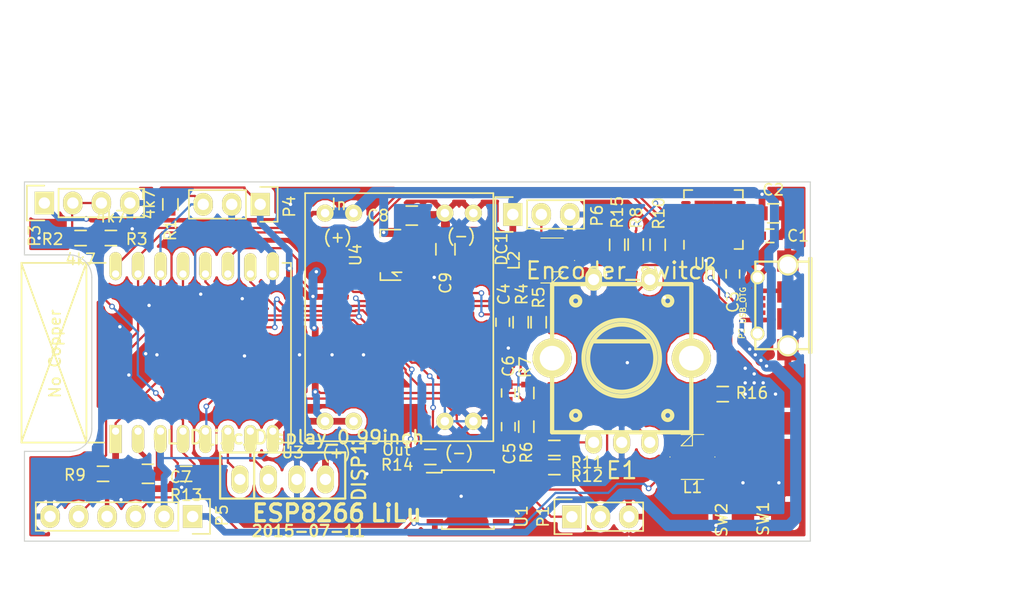
<source format=kicad_pcb>
(kicad_pcb (version 4) (host pcbnew "(after 2015-may-25 BZR unknown)-product")
  (layers (0 F.Cu signal) (31 B.Cu signal) (34 B.Paste user) (35 F.Paste user) (36 B.SilkS user) (37 F.SilkS user) (38 B.Mask user) (39 F.Mask user) (44 Edge.Cuts user))
  (net 0 "")
  (net 1 GND)
  (net 2 +3V3)
  (net 3 +5V)
  (net 4 "Net-(U2-Pad13)")
  (net 5 "Net-(U2-Pad12)")
  (net 6 "Net-(U2-Pad11)")
  (net 7 "Net-(U2-Pad10)")
  (net 8 "Net-(U2-Pad9)")
  (net 9 "Net-(P2-Pad2)")
  (net 10 "Net-(P2-Pad3)")
  (net 11 "Net-(P2-Pad4)")
  (net 12 "Net-(U2-Pad14)")
  (net 13 "Net-(U2-Pad1)")
  (net 14 "Net-(U2-Pad2)")
  (net 15 "Net-(U2-Pad15)")
  (net 16 "Net-(U2-Pad16)")
  (net 17 "Net-(U2-Pad17)")
  (net 18 "Net-(U2-Pad18)")
  (net 19 "Net-(U2-Pad19)")
  (net 20 "Net-(U2-Pad20)")
  (net 21 "Net-(U2-Pad21)")
  (net 22 "Net-(U2-Pad22)")
  (net 23 "Net-(U2-Pad23)")
  (net 24 "Net-(U2-Pad27)")
  (net 25 "Net-(C3-Pad1)")
  (net 26 /GPIO_14)
  (net 27 /GPIO_12)
  (net 28 /GPIO_13)
  (net 29 "Net-(C7-Pad2)")
  (net 30 /GPIO_4)
  (net 31 /GPIO_5)
  (net 32 "Net-(P1-Pad1)")
  (net 33 "Net-(P3-Pad2)")
  (net 34 /GPIO_0)
  (net 35 /GPIO_15)
  (net 36 /GPIO_16)
  (net 37 /RTS)
  (net 38 /Rxd)
  (net 39 /DTR)
  (net 40 /Txd)
  (net 41 /GPIO_2)
  (net 42 "Net-(U1-Pad3)")
  (net 43 "Net-(U1-Pad8)")
  (net 44 /ADC)
  (net 45 "Net-(E1-Pad1)")
  (net 46 "Net-(E1-Pad3)")
  (net 47 "Net-(E1-Pad4)")
  (net 48 /LED)
  (net 49 "Net-(L1-Pad2)")
  (net 50 "Net-(L2-Pad2)")
  (net 51 "Net-(R10-Pad2)")
  (module w_misc_comp:encoder_alps-ec12d (layer F.Cu) (at 116.2 69.7)
    (fp_text reference E1 (at 0 9.99998) (layer F.SilkS) (effects (font (size 1.50114 1.50114) (thickness 0.20066))))
    (fp_text value Encoder_switch (at 0 -7.80034) (layer F.SilkS) (effects (font (size 1.50114 1.50114) (thickness 0.20066))))
    (pad 1 thru_hole oval (at -2.49936 7.50062) (size 1.50114 1.99898) (drill 1.00076) (layers *.Cu *.Mask F.SilkS) (net 45 "Net-(E1-Pad1)"))
    (pad 2 thru_hole oval (at 0 7.50062) (size 1.50114 1.99898) (drill 1.00076) (layers *.Cu *.Mask F.SilkS) (net 1 GND))
    (pad 3 thru_hole oval (at 2.49936 7.50062) (size 1.50114 1.99898) (drill 1.00076) (layers *.Cu *.Mask F.SilkS) (net 46 "Net-(E1-Pad3)"))
    (pad "" thru_hole circle (at -6.20014 0) (size 3.50012 3.50012) (drill 2.19964) (layers *.Cu *.Mask F.SilkS))
    (pad "" thru_hole circle (at 6.20014 0) (size 3.50012 3.50012) (drill 2.19964) (layers *.Cu *.Mask F.SilkS))
    (pad 5 thru_hole oval (at -2.49936 -7.00024) (size 1.50114 1.99898) (drill 1.00076) (layers *.Cu *.Mask F.SilkS) (net 1 GND))
    (pad 4 thru_hole oval (at 2.49936 -7.00024) (size 1.50114 1.99898) (drill 1.00076) (layers *.Cu *.Mask F.SilkS) (net 47 "Net-(E1-Pad4)"))
  )
  (module ESP8266:ESP-12 (layer F.Cu) (at 71.12 76.2 90)
    (fp_text reference U3 (at -1.9 15.78 180) (layer F.SilkS))
    (fp_text value ESP-12)
    (fp_text user "No Copper" (at 6.892 -5.4 90) (layer F.SilkS))
    (pad 1 thru_hole rect (at 0 0 90) (size 2.5 1.1) (drill 0.65 (offset -0.7 0)) (layers *.Cu *.Mask F.SilkS) (net 29 "Net-(C7-Pad2)"))
    (pad 2 thru_hole oval (at 0 2 90) (size 2.5 1.1) (drill 0.65 (offset -0.7 0)) (layers *.Cu *.Mask F.SilkS) (net 44 /ADC))
    (pad 3 thru_hole oval (at 0 4 90) (size 2.5 1.1) (drill 0.65 (offset -0.7 0)) (layers *.Cu *.Mask F.SilkS) (net 2 +3V3))
    (pad 4 thru_hole oval (at 0 6 90) (size 2.5 1.1) (drill 0.65 (offset -0.7 0)) (layers *.Cu *.Mask F.SilkS) (net 36 /GPIO_16))
    (pad 5 thru_hole oval (at 0 8 90) (size 2.5 1.1) (drill 0.65 (offset -0.7 0)) (layers *.Cu *.Mask F.SilkS) (net 26 /GPIO_14))
    (pad 6 thru_hole oval (at 0 10 90) (size 2.5 1.1) (drill 0.65 (offset -0.7 0)) (layers *.Cu *.Mask F.SilkS) (net 27 /GPIO_12))
    (pad 7 thru_hole oval (at 0 12 90) (size 2.5 1.1) (drill 0.65 (offset -0.7 0)) (layers *.Cu *.Mask F.SilkS) (net 28 /GPIO_13))
    (pad 8 thru_hole oval (at 0 14 90) (size 2.5 1.1) (drill 0.65 (offset -0.7 0)) (layers *.Cu *.Mask F.SilkS) (net 2 +3V3))
    (pad 9 thru_hole oval (at 14 14 90) (size 2.5 1.1) (drill 0.65 (offset 0.7 0)) (layers *.Cu *.Mask F.SilkS) (net 1 GND))
    (pad 10 thru_hole oval (at 14 12 90) (size 2.5 1.1) (drill 0.65 (offset 0.6 0)) (layers *.Cu *.Mask F.SilkS) (net 35 /GPIO_15))
    (pad 11 thru_hole oval (at 14 10 90) (size 2.5 1.1) (drill 0.65 (offset 0.7 0)) (layers *.Cu *.Mask F.SilkS) (net 41 /GPIO_2))
    (pad 12 thru_hole oval (at 14 8 90) (size 2.5 1.1) (drill 0.65 (offset 0.7 0)) (layers *.Cu *.Mask F.SilkS) (net 34 /GPIO_0))
    (pad 13 thru_hole oval (at 14 6 90) (size 2.5 1.1) (drill 0.65 (offset 0.7 0)) (layers *.Cu *.Mask F.SilkS) (net 31 /GPIO_5))
    (pad 14 thru_hole oval (at 14 4 90) (size 2.5 1.1) (drill 0.65 (offset 0.7 0)) (layers *.Cu *.Mask F.SilkS) (net 30 /GPIO_4))
    (pad 15 thru_hole oval (at 14 2 90) (size 2.5 1.1) (drill 0.65 (offset 0.7 0)) (layers *.Cu *.Mask F.SilkS) (net 38 /Rxd))
    (pad 16 thru_hole oval (at 14 0 90) (size 2.5 1.1) (drill 0.65 (offset 0.7 0)) (layers *.Cu *.Mask F.SilkS) (net 40 /Txd))
  )
  (module Resistors_SMD:R_0603 (layer F.Cu) (at 76 56 270)
    (fp_text reference R1 (at 2.3 0 270) (layer F.SilkS))
    (fp_text value 4k7 (at 0 1.9 270) (layer F.SilkS))
    (pad 1 smd rect (at -0.75 0 270) (size 0.5 0.9) (layers F.Cu F.Paste F.Mask) (net 30 /GPIO_4))
    (pad 2 smd rect (at 0.75 0 270) (size 0.5 0.9) (layers F.Cu F.Paste F.Mask) (net 2 +3V3))
  )
  (module Resistors_SMD:R_0603 (layer F.Cu) (at 68 59)
    (fp_text reference R2 (at -2.5 0.1) (layer F.SilkS))
    (fp_text value 4k7 (at 0 1.9) (layer F.SilkS))
    (pad 1 smd rect (at -0.75 0) (size 0.5 0.9) (layers F.Cu F.Paste F.Mask) (net 33 "Net-(P3-Pad2)"))
    (pad 2 smd rect (at 0.75 0) (size 0.5 0.9) (layers F.Cu F.Paste F.Mask) (net 36 /GPIO_16))
  )
  (module Resistors_SMD:R_0603 (layer F.Cu) (at 70.7 59 180)
    (fp_text reference R3 (at -2.3 -0.1 180) (layer F.SilkS))
    (fp_text value 4k7 (at 0 1.9 180) (layer F.SilkS))
    (pad 1 smd rect (at -0.75 0 180) (size 0.5 0.9) (layers F.Cu F.Paste F.Mask) (net 1 GND))
    (pad 2 smd rect (at 0.75 0 180) (size 0.5 0.9) (layers F.Cu F.Paste F.Mask) (net 36 /GPIO_16))
  )
  (module Housings_DFN_QFN:QFN-28-1EP_5x5mm_Pitch0.5mm (layer F.Cu) (at 124.37 57.35 90)
    (fp_text reference U2 (at -3.95 -0.77 180) (layer F.SilkS))
    (fp_text value CP2102)
    (pad 1 smd oval (at -2.45 -1.5 90) (size 0.85 0.3) (layers F.Cu F.Paste F.Mask) (net 13 "Net-(U2-Pad1)"))
    (pad 2 smd oval (at -2.45 -1 90) (size 0.85 0.3) (layers F.Cu F.Paste F.Mask) (net 14 "Net-(U2-Pad2)"))
    (pad 3 smd oval (at -2.45 -0.5 90) (size 0.85 0.3) (layers F.Cu F.Paste F.Mask) (net 1 GND))
    (pad 4 smd oval (at -2.45 0 90) (size 0.85 0.3) (layers F.Cu F.Paste F.Mask) (net 10 "Net-(P2-Pad3)"))
    (pad 5 smd oval (at -2.45 0.5 90) (size 0.85 0.3) (layers F.Cu F.Paste F.Mask) (net 9 "Net-(P2-Pad2)"))
    (pad 6 smd oval (at -2.45 1 90) (size 0.85 0.3) (layers F.Cu F.Paste F.Mask) (net 25 "Net-(C3-Pad1)"))
    (pad 7 smd oval (at -2.45 1.5 90) (size 0.85 0.3) (layers F.Cu F.Paste F.Mask) (net 3 +5V))
    (pad 8 smd oval (at -1.5 2.45 180) (size 0.85 0.3) (layers F.Cu F.Paste F.Mask) (net 3 +5V))
    (pad 9 smd oval (at -1 2.45 180) (size 0.85 0.3) (layers F.Cu F.Paste F.Mask) (net 8 "Net-(U2-Pad9)"))
    (pad 10 smd oval (at -0.5 2.45 180) (size 0.85 0.3) (layers F.Cu F.Paste F.Mask) (net 7 "Net-(U2-Pad10)"))
    (pad 11 smd oval (at 0 2.45 180) (size 0.85 0.3) (layers F.Cu F.Paste F.Mask) (net 6 "Net-(U2-Pad11)"))
    (pad 12 smd oval (at 0.5 2.45 180) (size 0.85 0.3) (layers F.Cu F.Paste F.Mask) (net 5 "Net-(U2-Pad12)"))
    (pad 13 smd oval (at 1 2.45 180) (size 0.85 0.3) (layers F.Cu F.Paste F.Mask) (net 4 "Net-(U2-Pad13)"))
    (pad 14 smd oval (at 1.5 2.45 180) (size 0.85 0.3) (layers F.Cu F.Paste F.Mask) (net 12 "Net-(U2-Pad14)"))
    (pad 15 smd oval (at 2.45 1.5 90) (size 0.85 0.3) (layers F.Cu F.Paste F.Mask) (net 15 "Net-(U2-Pad15)"))
    (pad 16 smd oval (at 2.45 1 90) (size 0.85 0.3) (layers F.Cu F.Paste F.Mask) (net 16 "Net-(U2-Pad16)"))
    (pad 17 smd oval (at 2.45 0.5 90) (size 0.85 0.3) (layers F.Cu F.Paste F.Mask) (net 17 "Net-(U2-Pad17)"))
    (pad 18 smd oval (at 2.45 0 90) (size 0.85 0.3) (layers F.Cu F.Paste F.Mask) (net 18 "Net-(U2-Pad18)"))
    (pad 19 smd oval (at 2.45 -0.5 90) (size 0.85 0.3) (layers F.Cu F.Paste F.Mask) (net 19 "Net-(U2-Pad19)"))
    (pad 20 smd oval (at 2.45 -1 90) (size 0.85 0.3) (layers F.Cu F.Paste F.Mask) (net 20 "Net-(U2-Pad20)"))
    (pad 21 smd oval (at 2.45 -1.5 90) (size 0.85 0.3) (layers F.Cu F.Paste F.Mask) (net 21 "Net-(U2-Pad21)"))
    (pad 22 smd oval (at 1.5 -2.45 180) (size 0.85 0.3) (layers F.Cu F.Paste F.Mask) (net 22 "Net-(U2-Pad22)"))
    (pad 23 smd oval (at 1 -2.45 180) (size 0.85 0.3) (layers F.Cu F.Paste F.Mask) (net 23 "Net-(U2-Pad23)"))
    (pad 24 smd oval (at 0.5 -2.45 180) (size 0.85 0.3) (layers F.Cu F.Paste F.Mask) (net 37 /RTS))
    (pad 25 smd oval (at 0 -2.45 180) (size 0.85 0.3) (layers F.Cu F.Paste F.Mask) (net 40 /Txd))
    (pad 26 smd oval (at -0.5 -2.45 180) (size 0.85 0.3) (layers F.Cu F.Paste F.Mask) (net 38 /Rxd))
    (pad 27 smd oval (at -1 -2.45 180) (size 0.85 0.3) (layers F.Cu F.Paste F.Mask) (net 24 "Net-(U2-Pad27)"))
    (pad 28 smd oval (at -1.5 -2.45 180) (size 0.85 0.3) (layers F.Cu F.Paste F.Mask) (net 39 /DTR))
    (pad 29 smd rect (at 0.8375 0.8375 90) (size 1.675 1.675) (layers F.Cu F.Paste F.Mask))
    (pad 29 smd rect (at 0.8375 -0.8375 90) (size 1.675 1.675) (layers F.Cu F.Paste F.Mask))
    (pad 29 smd rect (at -0.8375 0.8375 90) (size 1.675 1.675) (layers F.Cu F.Paste F.Mask))
    (pad 29 smd rect (at -0.8375 -0.8375 90) (size 1.675 1.675) (layers F.Cu F.Paste F.Mask))
  )
  (module lilu-kicad:DCDC_module (layer F.Cu) (at 88 55 270)
    (fp_text reference DC1 (at 5 -17.5 270) (layer F.SilkS))
    (fp_text value DCDC_module)
    (fp_text user Out (at 22.86 -8.128 360) (layer F.SilkS))
    (fp_text user "(-)" (at 23.114 -13.716 360) (layer F.SilkS))
    (fp_text user "(+)" (at 23.114 -2.794 360) (layer F.SilkS))
    (fp_text user "(+)" (at 3.9 -2.9 360) (layer F.SilkS))
    (fp_text user "(-)" (at 3.8 -13.9 360) (layer F.SilkS))
    (fp_text user In (at 1 -3 360) (layer F.SilkS))
    (pad 4 thru_hole circle (at 1.778 -1.778 270) (size 1.524 1.524) (drill 0.762) (layers *.Cu *.Mask F.SilkS) (net 3 +5V))
    (pad 3 thru_hole circle (at 1.778 -4.318 270) (size 1.524 1.524) (drill 0.762) (layers *.Cu *.Mask F.SilkS) (net 3 +5V))
    (pad 1 thru_hole circle (at 1.778 -14.986 270) (size 1.524 1.524) (drill 0.762) (layers *.Cu *.Mask F.SilkS) (net 1 GND))
    (pad 2 thru_hole circle (at 1.778 -12.446 270) (size 1.524 1.524) (drill 0.762) (layers *.Cu *.Mask F.SilkS) (net 1 GND))
    (pad 5 thru_hole circle (at 20.32 -1.778 270) (size 1.524 1.524) (drill 0.762) (layers *.Cu *.Mask F.SilkS) (net 2 +3V3))
    (pad 6 thru_hole circle (at 20.32 -4.318 270) (size 1.524 1.524) (drill 0.762) (layers *.Cu *.Mask F.SilkS) (net 2 +3V3))
    (pad 7 thru_hole circle (at 20.32 -12.446 270) (size 1.524 1.524) (drill 0.762) (layers *.Cu *.Mask F.SilkS) (net 1 GND))
    (pad 8 thru_hole circle (at 20.32 -14.986 270) (size 1.524 1.524) (drill 0.762) (layers *.Cu *.Mask F.SilkS) (net 1 GND))
  )
  (module Capacitors_SMD:C_0603 (layer F.Cu) (at 129.4 58.8)
    (fp_text reference C1 (at 2.5 0) (layer F.SilkS))
    (fp_text value 100n)
    (pad 1 smd rect (at -0.75 0) (size 0.8 0.75) (layers F.Cu F.Paste F.Mask) (net 3 +5V))
    (pad 2 smd rect (at 0.75 0) (size 0.8 0.75) (layers F.Cu F.Paste F.Mask) (net 1 GND))
  )
  (module Capacitors_SMD:C_0805 (layer F.Cu) (at 129.7 56.8)
    (fp_text reference C2 (at 0 -2.1) (layer F.SilkS))
    (fp_text value 1u)
    (pad 1 smd rect (at -1 0) (size 1 1.25) (layers F.Cu F.Paste F.Mask) (net 3 +5V))
    (pad 2 smd rect (at 1 0) (size 1 1.25) (layers F.Cu F.Paste F.Mask) (net 1 GND))
  )
  (module Capacitors_SMD:C_0603 (layer F.Cu) (at 126.1 62.2 270)
    (fp_text reference C3 (at 2.5 0 270) (layer F.SilkS))
    (fp_text value 100n)
    (pad 1 smd rect (at -0.75 0 270) (size 0.8 0.75) (layers F.Cu F.Paste F.Mask) (net 25 "Net-(C3-Pad1)"))
    (pad 2 smd rect (at 0.75 0 270) (size 0.8 0.75) (layers F.Cu F.Paste F.Mask) (net 1 GND))
  )
  (module Capacitors_SMD:C_0603 (layer F.Cu) (at 105.6 66.5 270)
    (fp_text reference C4 (at -2.5 -0.1 270) (layer F.SilkS))
    (fp_text value 100n)
    (pad 1 smd rect (at -0.75 0 270) (size 0.8 0.75) (layers F.Cu F.Paste F.Mask) (net 41 /GPIO_2))
    (pad 2 smd rect (at 0.75 0 270) (size 0.8 0.75) (layers F.Cu F.Paste F.Mask) (net 1 GND))
  )
  (module Capacitors_SMD:C_0603 (layer F.Cu) (at 106.1 75.8 90)
    (fp_text reference C5 (at -2.4 0.1 90) (layer F.SilkS))
    (fp_text value 100n)
    (pad 1 smd rect (at -0.75 0 90) (size 0.8 0.75) (layers F.Cu F.Paste F.Mask) (net 26 /GPIO_14))
    (pad 2 smd rect (at 0.75 0 90) (size 0.8 0.75) (layers F.Cu F.Paste F.Mask) (net 1 GND))
  )
  (module Capacitors_SMD:C_0603 (layer F.Cu) (at 106.1 72.8 270)
    (fp_text reference C6 (at -2.4 0 270) (layer F.SilkS))
    (fp_text value 100n)
    (pad 1 smd rect (at -0.75 0 270) (size 0.8 0.75) (layers F.Cu F.Paste F.Mask) (net 31 /GPIO_5))
    (pad 2 smd rect (at 0.75 0 270) (size 0.8 0.75) (layers F.Cu F.Paste F.Mask) (net 1 GND))
  )
  (module Capacitors_SMD:C_0805 (layer F.Cu) (at 74 80 180)
    (fp_text reference C7 (at -2.9 -0.3 180) (layer F.SilkS))
    (fp_text value 4u7)
    (pad 1 smd rect (at -1 0 180) (size 1 1.25) (layers F.Cu F.Paste F.Mask) (net 2 +3V3))
    (pad 2 smd rect (at 1 0 180) (size 1 1.25) (layers F.Cu F.Paste F.Mask) (net 29 "Net-(C7-Pad2)"))
  )
  (module Pin_Headers:Pin_Header_Straight_1x04 (layer F.Cu) (at 64.77 55.88 90)
    (fp_text reference P3 (at -2.92 -0.87 90) (layer F.SilkS))
    (fp_text value CONN_01X04)
    (pad 1 thru_hole rect (at 0 0 90) (size 2.032 1.7272) (drill 1.016) (layers *.Cu *.Mask F.SilkS) (net 3 +5V))
    (pad 2 thru_hole oval (at 0 2.54 90) (size 2.032 1.7272) (drill 1.016) (layers *.Cu *.Mask F.SilkS) (net 33 "Net-(P3-Pad2)"))
    (pad 3 thru_hole oval (at 0 5.08 90) (size 2.032 1.7272) (drill 1.016) (layers *.Cu *.Mask F.SilkS) (net 33 "Net-(P3-Pad2)"))
    (pad 4 thru_hole oval (at 0 7.62 90) (size 2.032 1.7272) (drill 1.016) (layers *.Cu *.Mask F.SilkS) (net 1 GND))
  )
  (module Pin_Headers:Pin_Header_Straight_1x03 (layer F.Cu) (at 84 56 270)
    (fp_text reference P4 (at 0.2 -2.6 270) (layer F.SilkS))
    (fp_text value CONN_01X03)
    (pad 1 thru_hole rect (at 0 0 270) (size 2.032 1.7272) (drill 1.016) (layers *.Cu *.Mask F.SilkS) (net 2 +3V3))
    (pad 2 thru_hole oval (at 0 2.54 270) (size 2.032 1.7272) (drill 1.016) (layers *.Cu *.Mask F.SilkS) (net 1 GND))
    (pad 3 thru_hole oval (at 0 5.08 270) (size 2.032 1.7272) (drill 1.016) (layers *.Cu *.Mask F.SilkS) (net 30 /GPIO_4))
  )
  (module Resistors_SMD:R_0603 (layer F.Cu) (at 107.2 66.5 270)
    (fp_text reference R4 (at -2.5 -0.1 270) (layer F.SilkS))
    (fp_text value 4k7)
    (pad 1 smd rect (at -0.75 0 270) (size 0.5 0.9) (layers F.Cu F.Paste F.Mask) (net 41 /GPIO_2))
    (pad 2 smd rect (at 0.75 0 270) (size 0.5 0.9) (layers F.Cu F.Paste F.Mask) (net 2 +3V3))
  )
  (module Resistors_SMD:R_0603 (layer F.Cu) (at 107.7 75.8 90)
    (fp_text reference R6 (at -2.3 0 90) (layer F.SilkS))
    (fp_text value 4k7)
    (pad 1 smd rect (at -0.75 0 90) (size 0.5 0.9) (layers F.Cu F.Paste F.Mask) (net 26 /GPIO_14))
    (pad 2 smd rect (at 0.75 0 90) (size 0.5 0.9) (layers F.Cu F.Paste F.Mask) (net 2 +3V3))
  )
  (module Resistors_SMD:R_0603 (layer F.Cu) (at 107.7 72.8 270)
    (fp_text reference R7 (at -2.3 0.1 270) (layer F.SilkS))
    (fp_text value 4k7)
    (pad 1 smd rect (at -0.75 0 270) (size 0.5 0.9) (layers F.Cu F.Paste F.Mask) (net 31 /GPIO_5))
    (pad 2 smd rect (at 0.75 0 270) (size 0.5 0.9) (layers F.Cu F.Paste F.Mask) (net 2 +3V3))
  )
  (module Resistors_SMD:R_0603 (layer F.Cu) (at 117.45 59.575 90)
    (fp_text reference R8 (at 2.375 0.05 90) (layer F.SilkS))
    (fp_text value 1k)
    (pad 1 smd rect (at -0.75 0 90) (size 0.5 0.9) (layers F.Cu F.Paste F.Mask) (net 29 "Net-(C7-Pad2)"))
    (pad 2 smd rect (at 0.75 0 90) (size 0.5 0.9) (layers F.Cu F.Paste F.Mask) (net 37 /RTS))
  )
  (module Resistors_SMD:R_0603 (layer F.Cu) (at 70 80)
    (fp_text reference R9 (at -2.5 0.1) (layer F.SilkS))
    (fp_text value 7k5)
    (pad 1 smd rect (at -0.75 0) (size 0.5 0.9) (layers F.Cu F.Paste F.Mask) (net 38 /Rxd))
    (pad 2 smd rect (at 0.75 0) (size 0.5 0.9) (layers F.Cu F.Paste F.Mask) (net 29 "Net-(C7-Pad2)"))
  )
  (module Resistors_SMD:R_0603 (layer F.Cu) (at 119.4 59.6 270)
    (fp_text reference R10 (at -2.8 -0.1 270) (layer F.SilkS))
    (fp_text value 1k)
    (pad 1 smd rect (at -0.75 0 270) (size 0.5 0.9) (layers F.Cu F.Paste F.Mask) (net 39 /DTR))
    (pad 2 smd rect (at 0.75 0 270) (size 0.5 0.9) (layers F.Cu F.Paste F.Mask) (net 51 "Net-(R10-Pad2)"))
  )
  (module Pin_Headers:Pin_Header_Straight_1x03 (layer F.Cu) (at 111.76 83.82 90)
    (fp_text reference P1 (at 0.02 -2.56 90) (layer F.SilkS))
    (fp_text value CONN_01X03)
    (pad 1 thru_hole rect (at 0 0 90) (size 2.032 1.7272) (drill 1.016) (layers *.Cu *.Mask F.SilkS) (net 32 "Net-(P1-Pad1)"))
    (pad 2 thru_hole oval (at 0 2.54 90) (size 2.032 1.7272) (drill 1.016) (layers *.Cu *.Mask F.SilkS) (net 3 +5V))
    (pad 3 thru_hole oval (at 0 5.08 90) (size 2.032 1.7272) (drill 1.016) (layers *.Cu *.Mask F.SilkS) (net 1 GND))
  )
  (module Housings_SSOP:TSSOP-14_4.4x5mm_Pitch0.65mm (layer F.Cu) (at 102.5 82.3)
    (fp_text reference U1 (at 4.8 1.5 90) (layer F.SilkS))
    (fp_text value 74HCT125PW)
    (pad 1 smd rect (at -2.95 -1.95) (size 1.45 0.45) (layers F.Cu F.Paste F.Mask) (net 1 GND))
    (pad 2 smd rect (at -2.95 -1.3) (size 1.45 0.45) (layers F.Cu F.Paste F.Mask) (net 1 GND))
    (pad 3 smd rect (at -2.95 -0.65) (size 1.45 0.45) (layers F.Cu F.Paste F.Mask) (net 42 "Net-(U1-Pad3)"))
    (pad 4 smd rect (at -2.95 0) (size 1.45 0.45) (layers F.Cu F.Paste F.Mask) (net 1 GND))
    (pad 5 smd rect (at -2.95 0.65) (size 1.45 0.45) (layers F.Cu F.Paste F.Mask) (net 34 /GPIO_0))
    (pad 6 smd rect (at -2.95 1.3) (size 1.45 0.45) (layers F.Cu F.Paste F.Mask) (net 48 /LED))
    (pad 7 smd rect (at -2.95 1.95) (size 1.45 0.45) (layers F.Cu F.Paste F.Mask) (net 1 GND))
    (pad 8 smd rect (at 2.95 1.95) (size 1.45 0.45) (layers F.Cu F.Paste F.Mask) (net 43 "Net-(U1-Pad8)"))
    (pad 9 smd rect (at 2.95 1.3) (size 1.45 0.45) (layers F.Cu F.Paste F.Mask) (net 1 GND))
    (pad 10 smd rect (at 2.95 0.65) (size 1.45 0.45) (layers F.Cu F.Paste F.Mask) (net 1 GND))
    (pad 11 smd rect (at 2.95 0) (size 1.45 0.45) (layers F.Cu F.Paste F.Mask) (net 32 "Net-(P1-Pad1)"))
    (pad 12 smd rect (at 2.95 -0.65) (size 1.45 0.45) (layers F.Cu F.Paste F.Mask) (net 35 /GPIO_15))
    (pad 13 smd rect (at 2.95 -1.3) (size 1.45 0.45) (layers F.Cu F.Paste F.Mask) (net 1 GND))
    (pad 14 smd rect (at 2.95 -1.95) (size 1.45 0.45) (layers F.Cu F.Paste F.Mask) (net 3 +5V))
  )
  (module Pin_Headers:Pin_Header_Straight_1x06 (layer F.Cu) (at 77.98 83.8 270)
    (fp_text reference P5 (at -0.1 -2.62 270) (layer F.SilkS))
    (fp_text value CONN_01X06)
    (pad 1 thru_hole rect (at 0 0 270) (size 2.032 1.7272) (drill 1.016) (layers *.Cu *.Mask F.SilkS) (net 3 +5V))
    (pad 2 thru_hole oval (at 0 2.54 270) (size 2.032 1.7272) (drill 1.016) (layers *.Cu *.Mask F.SilkS) (net 2 +3V3))
    (pad 3 thru_hole oval (at 0 5.08 270) (size 2.032 1.7272) (drill 1.016) (layers *.Cu *.Mask F.SilkS) (net 48 /LED))
    (pad 4 thru_hole oval (at 0 7.62 270) (size 2.032 1.7272) (drill 1.016) (layers *.Cu *.Mask F.SilkS) (net 44 /ADC))
    (pad 5 thru_hole oval (at 0 10.16 270) (size 2.032 1.7272) (drill 1.016) (layers *.Cu *.Mask F.SilkS) (net 30 /GPIO_4))
    (pad 6 thru_hole oval (at 0 12.7 270) (size 2.032 1.7272) (drill 1.016) (layers *.Cu *.Mask F.SilkS) (net 1 GND))
  )
  (module lilu-kicad:conn_usb_B_micro_smd-lilu (layer F.Cu) (at 131 65 90)
    (fp_text reference P2 (at -2.5 -4.1 90) (layer F.SilkS) (effects (font (size 0.50038 0.50038) (thickness 0.09906))))
    (fp_text value USB_OTG (at 0 -4.0005 90) (layer F.SilkS) (effects (font (size 0.50038 0.50038) (thickness 0.09906))))
    (pad 6 thru_hole circle (at 3.6 0 90) (size 1.9 1.9) (drill 1.5) (layers *.Cu *.Mask F.SilkS) (net 1 GND))
    (pad 6 thru_hole circle (at -3.6 0 90) (size 1.9 1.9) (drill 1.5) (layers *.Cu *.Mask F.SilkS) (net 1 GND))
    (pad 6 thru_hole circle (at 2.5 -2.7 90) (size 1.25 1.25) (drill 0.9) (layers *.Cu *.Mask F.SilkS) (net 1 GND))
    (pad 6 smd rect (at -1.19888 0 90) (size 1.89738 1.89738) (layers F.Cu F.Paste F.Mask) (net 1 GND))
    (pad 6 smd rect (at 1.19888 0 90) (size 1.89738 1.89738) (layers F.Cu F.Paste F.Mask) (net 1 GND))
    (pad 6 smd rect (at 3.9497 0 90) (size 1.89738 1.89738) (layers F.Cu F.Paste F.Mask) (net 1 GND))
    (pad 6 smd rect (at -3.9497 0 90) (size 1.89738 1.89738) (layers F.Cu F.Paste F.Mask) (net 1 GND))
    (pad 1 smd rect (at -1.30048 -2.67462 90) (size 0.39878 1.34874) (layers F.Cu F.Paste F.Mask) (net 3 +5V))
    (pad 2 smd rect (at -0.6477 -2.67462 90) (size 0.39878 1.3462) (layers F.Cu F.Paste F.Mask) (net 9 "Net-(P2-Pad2)"))
    (pad 3 smd rect (at 0 -2.67462 90) (size 0.39878 1.3462) (layers F.Cu F.Paste F.Mask) (net 10 "Net-(P2-Pad3)"))
    (pad 4 smd rect (at 0.6477 -2.67462 90) (size 0.39878 1.3462) (layers F.Cu F.Paste F.Mask) (net 11 "Net-(P2-Pad4)"))
    (pad 5 smd rect (at 1.30048 -2.67462 90) (size 0.39878 1.3462) (layers F.Cu F.Paste F.Mask) (net 1 GND))
    (pad 6 thru_hole circle (at -2.5 -2.7 90) (size 1.25 1.25) (drill 0.9) (layers *.Cu *.Mask F.SilkS) (net 1 GND))
  )
  (module lilu-kicad:WS2812B_PP (layer F.Cu) (at 122.5 78.5 90)
    (fp_text reference L1 (at -2.7 0 360) (layer F.SilkS))
    (fp_text value PP_WS2812B hide)
    (pad 3 smd rect (at 1 -2 90) (size 1 1) (layers F.Cu F.Paste F.Mask) (net 1 GND))
    (pad 4 smd rect (at -1 -2 90) (size 1 1) (layers F.Cu F.Paste F.Mask) (net 48 /LED))
    (pad 1 smd rect (at -1 2 90) (size 1 1) (layers F.Cu F.Paste F.Mask) (net 3 +5V))
    (pad 2 smd rect (at 1 2 90) (size 1 1) (layers F.Cu F.Paste F.Mask) (net 49 "Net-(L1-Pad2)"))
  )
  (module lilu-kicad:WS2812B_PP (layer F.Cu) (at 110 61 270)
    (fp_text reference L2 (at 0 3.4 270) (layer F.SilkS))
    (fp_text value PP_WS2812B hide)
    (pad 3 smd rect (at 1 -2 270) (size 1 1) (layers F.Cu F.Paste F.Mask) (net 1 GND))
    (pad 4 smd rect (at -1 -2 270) (size 1 1) (layers F.Cu F.Paste F.Mask) (net 49 "Net-(L1-Pad2)"))
    (pad 1 smd rect (at -1 2 270) (size 1 1) (layers F.Cu F.Paste F.Mask) (net 3 +5V))
    (pad 2 smd rect (at 1 2 270) (size 1 1) (layers F.Cu F.Paste F.Mask) (net 50 "Net-(L2-Pad2)"))
  )
  (module Resistors_SMD:R_0603 (layer F.Cu) (at 108.8 66.5 90)
    (fp_text reference R5 (at 2.2 0 90) (layer F.SilkS))
    (fp_text value 1k)
    (pad 1 smd rect (at -0.75 0 90) (size 0.5 0.9) (layers F.Cu F.Paste F.Mask) (net 41 /GPIO_2))
    (pad 2 smd rect (at 0.75 0 90) (size 0.5 0.9) (layers F.Cu F.Paste F.Mask) (net 47 "Net-(E1-Pad4)"))
  )
  (module Resistors_SMD:R_0603 (layer F.Cu) (at 110.2 77.7)
    (fp_text reference R11 (at 2.9 1.3) (layer F.SilkS))
    (fp_text value 1k)
    (pad 1 smd rect (at -0.75 0) (size 0.5 0.9) (layers F.Cu F.Paste F.Mask) (net 26 /GPIO_14))
    (pad 2 smd rect (at 0.75 0) (size 0.5 0.9) (layers F.Cu F.Paste F.Mask) (net 45 "Net-(E1-Pad1)"))
  )
  (module Resistors_SMD:R_0603 (layer F.Cu) (at 110.2 79.4)
    (fp_text reference R12 (at 2.9 0.8) (layer F.SilkS))
    (fp_text value 1k)
    (pad 1 smd rect (at -0.75 0) (size 0.5 0.9) (layers F.Cu F.Paste F.Mask) (net 31 /GPIO_5))
    (pad 2 smd rect (at 0.75 0) (size 0.5 0.9) (layers F.Cu F.Paste F.Mask) (net 46 "Net-(E1-Pad3)"))
  )
  (module Resistors_SMD:R_0603 (layer F.Cu) (at 77.4 80 180)
    (fp_text reference R13 (at 0 -1.9 180) (layer F.SilkS))
    (fp_text value 1k)
    (pad 1 smd rect (at -0.75 0 180) (size 0.5 0.9) (layers F.Cu F.Paste F.Mask) (net 36 /GPIO_16))
    (pad 2 smd rect (at 0.75 0 180) (size 0.5 0.9) (layers F.Cu F.Paste F.Mask) (net 29 "Net-(C7-Pad2)"))
  )
  (module Resistors_SMD:R_0603 (layer F.Cu) (at 99.15 78.5)
    (fp_text reference R14 (at -2.95 0.7) (layer F.SilkS))
    (fp_text value 4k7)
    (pad 1 smd rect (at -0.75 0) (size 0.5 0.9) (layers F.Cu F.Paste F.Mask) (net 1 GND))
    (pad 2 smd rect (at 0.75 0) (size 0.5 0.9) (layers F.Cu F.Paste F.Mask) (net 35 /GPIO_15))
  )
  (module Resistors_SMD:R_0603 (layer F.Cu) (at 115.8 59.6 90)
    (fp_text reference R15 (at 2.9 0 90) (layer F.SilkS))
    (fp_text value 1k)
    (pad 1 smd rect (at -0.75 0 90) (size 0.5 0.9) (layers F.Cu F.Paste F.Mask) (net 51 "Net-(R10-Pad2)"))
    (pad 2 smd rect (at 0.75 0 90) (size 0.5 0.9) (layers F.Cu F.Paste F.Mask) (net 34 /GPIO_0))
  )
  (module Resistors_SMD:R_0603 (layer F.Cu) (at 125.2 72.9)
    (fp_text reference R16 (at 2.6 -0.1) (layer F.SilkS))
    (fp_text value 7k5)
    (pad 1 smd rect (at -0.75 0) (size 0.5 0.9) (layers F.Cu F.Paste F.Mask) (net 2 +3V3))
    (pad 2 smd rect (at 0.75 0) (size 0.5 0.9) (layers F.Cu F.Paste F.Mask) (net 51 "Net-(R10-Pad2)"))
  )
  (module lilu-kicad:OLED_i2c_0.99inch (layer F.Cu) (at 86 80.5 90)
    (fp_text reference DISP1 (at 0.7 6.8 90) (layer F.SilkS) (effects (font (size 1.2 1.2) (thickness 0.2))))
    (fp_text value OLED_i2c_Display_0.99inch (at 3.75 0.5 180) (layer F.SilkS) (effects (font (size 1.2 1.2) (thickness 0.2))))
    (pad 1 thru_hole oval (at 0 -3.81 90) (size 2.5 1.524) (drill 1) (layers *.Cu *.Mask F.SilkS) (net 27 /GPIO_12))
    (pad 2 thru_hole oval (at 0 -1.27 90) (size 2.5 1.524) (drill 1) (layers *.Cu *.Mask F.SilkS) (net 28 /GPIO_13))
    (pad 3 thru_hole oval (at 0 1.27 90) (size 2.5 1.524) (drill 1) (layers *.Cu *.Mask F.SilkS) (net 1 GND))
    (pad 4 thru_hole oval (at 0 3.81 90) (size 2.5 1.524) (drill 1) (layers *.Cu *.Mask F.SilkS) (net 2 +3V3))
  )
  (module lilu-kicad:switch3x6_smd (layer F.Cu) (at 130.5 79.5 270)
    (fp_text reference SW1 (at 4.5 1.7 270) (layer F.SilkS))
    (fp_text value "SMD SW")
    (pad 2 smd rect (at 4 0 270) (size 2 2) (layers F.Cu F.Paste F.Mask) (net 1 GND))
    (pad 1 smd rect (at -4 0 270) (size 2 2) (layers F.Cu F.Paste F.Mask) (net 51 "Net-(R10-Pad2)"))
  )
  (module lilu-kicad:switch3x6_smd (layer F.Cu) (at 127 79.5 90)
    (fp_text reference SW2 (at -4.6 -1.9 90) (layer F.SilkS))
    (fp_text value "SMD SW")
    (pad 2 smd rect (at 4 0 90) (size 2 2) (layers F.Cu F.Paste F.Mask) (net 29 "Net-(C7-Pad2)"))
    (pad 1 smd rect (at -4 0 90) (size 2 2) (layers F.Cu F.Paste F.Mask) (net 1 GND))
  )
  (module Pin_Headers:Pin_Header_Straight_1x03 (layer F.Cu) (at 106.5 56.9 90)
    (fp_text reference P6 (at -0.1 7.5 90) (layer F.SilkS))
    (fp_text value CONN_01X03)
    (pad 1 thru_hole rect (at 0 0 90) (size 2.032 1.7272) (drill 1.016) (layers *.Cu *.Mask F.SilkS) (net 3 +5V))
    (pad 2 thru_hole oval (at 0 2.54 90) (size 2.032 1.7272) (drill 1.016) (layers *.Cu *.Mask F.SilkS) (net 50 "Net-(L2-Pad2)"))
    (pad 3 thru_hole oval (at 0 5.08 90) (size 2.032 1.7272) (drill 1.016) (layers *.Cu *.Mask F.SilkS) (net 1 GND))
  )
  (module Capacitors_SMD:C_0805 (layer F.Cu) (at 97.5 57)
    (fp_text reference C8 (at -3 0) (layer F.SilkS))
    (fp_text value 1u)
    (pad 1 smd rect (at -1 0) (size 1 1.25) (layers F.Cu F.Paste F.Mask) (net 3 +5V))
    (pad 2 smd rect (at 1 0) (size 1 1.25) (layers F.Cu F.Paste F.Mask) (net 1 GND))
  )
  (module Capacitors_SMD:C_0805 (layer F.Cu) (at 100.5 60 90)
    (fp_text reference C9 (at -3 0 90) (layer F.SilkS))
    (fp_text value 1u)
    (pad 1 smd rect (at -1 0 90) (size 1 1.25) (layers F.Cu F.Paste F.Mask) (net 2 +3V3))
    (pad 2 smd rect (at 1 0 90) (size 1 1.25) (layers F.Cu F.Paste F.Mask) (net 1 GND))
  )
  (module Housings_SOT-89:SOT89-3_Housing (layer F.Cu) (at 96 60.5 90)
    (fp_text reference U4 (at 0 -3.5 90) (layer F.SilkS))
    (fp_text value MCP1700T-3302E/TT)
    (pad 1 smd rect (at -1.50114 1.85166 90) (size 1.00076 1.50114) (layers F.Cu F.Paste F.Mask) (net 1 GND))
    (pad 2 smd rect (at 0 1.85166 90) (size 1.00076 1.50114) (layers F.Cu F.Paste F.Mask) (net 2 +3V3))
    (pad 3 smd rect (at 1.50114 1.85166 90) (size 1.00076 1.50114) (layers F.Cu F.Paste F.Mask) (net 3 +5V))
    (pad 2 smd rect (at 0 -1.09982 90) (size 1.99898 2.99974) (layers F.Cu F.Paste F.Mask) (net 2 +3V3))
    (pad 2 smd trapezoid (at 0 0.7493 270) (size 1.50114 0.7493) (rect_delta 0 0.50038) (layers F.Cu F.Paste F.Mask) (net 2 +3V3))
  )
  (gr_text LiLu (at 96.1 83.5) (layer F.SilkS) (effects (font (size 1.5 1.5) (thickness 0.3))))
  (gr_line (start 69 62.5) (end 69 76) (angle 90) (layer Edge.Cuts) (width 0.1))
  (gr_line (start 67 78) (end 63 78) (angle 90) (layer Edge.Cuts) (width 0.1))
  (gr_arc (start 67 76) (end 69 76) (angle 90) (layer Edge.Cuts) (width 0.1))
  (gr_line (start 67 60.5) (end 63 60.5) (angle 90) (layer Edge.Cuts) (width 0.1))
  (gr_arc (start 67 62.5) (end 67 60.5) (angle 90) (layer Edge.Cuts) (width 0.1))
  (gr_text ESP8266 (at 88.3 83.5) (layer F.SilkS) (effects (font (size 1.5 1.5) (thickness 0.3))))
  (gr_text 2015-07-11 (at 88.3 85.1) (layer F.SilkS) (effects (font (size 1 1) (thickness 0.2))))
  (gr_line (start 63 60.5) (end 63 59) (layer Edge.Cuts) (width 0.1))
  (gr_line (start 63 86) (end 63 78) (layer Edge.Cuts) (width 0.1))
  (gr_line (start 63 54) (end 63 59) (angle 90) (layer Edge.Cuts) (width 0.1))
  (gr_line (start 133 54) (end 63 54) (angle 90) (layer Edge.Cuts) (width 0.1))
  (gr_line (start 133 86) (end 133 54) (angle 90) (layer Edge.Cuts) (width 0.1))
  (gr_line (start 63 86) (end 133 86) (angle 90) (layer Edge.Cuts) (width 0.1))
  (segment (start 100 62.5) (end 99.5 62.5) (width 0.8) (layer B.Cu) (net 1))
  (segment (start 99.00114 62.00114) (end 99.5 62.5) (width 0.8) (layer F.Cu) (net 1))
  (via (at 99.5 62.5) (size 0.5) (layers F.Cu B.Cu) (net 1))
  (segment (start 99.00114 62.00114) (end 97.85166 62.00114) (width 0.8) (layer F.Cu) (net 1))
  (segment (start 98.5 57) (end 100.224 57) (width 0.8) (layer F.Cu) (net 1))
  (segment (start 100.224 57) (end 100.446 56.778) (width 0.8) (layer F.Cu) (net 1))
  (segment (start 100.5 59) (end 100.5 56.832) (width 0.8) (layer F.Cu) (net 1))
  (segment (start 100.5 56.832) (end 100.446 56.778) (width 0.8) (layer F.Cu) (net 1))
  (segment (start 131 63.80112) (end 131 58.3) (width 0.6) (layer F.Cu) (net 1))
  (segment (start 131 66.19888) (end 131 68.6) (width 0.6) (layer F.Cu) (net 1))
  (segment (start 131 69.943502) (end 131 70.4) (width 0.6) (layer F.Cu) (net 1))
  (segment (start 131 68.6) (end 131 69.943502) (width 0.6) (layer F.Cu) (net 1))
  (segment (start 131 61.4) (end 131 68.6) (width 1) (layer B.Cu) (net 1))
  (segment (start 128.3 62.5) (end 128.3 67.5) (width 1) (layer B.Cu) (net 1))
  (segment (start 128.32538 63.69952) (end 130.8984 63.69952) (width 0.4) (layer F.Cu) (net 1))
  (segment (start 130.8984 63.69952) (end 131 63.80112) (width 0.4) (layer F.Cu) (net 1))
  (segment (start 116.5 75.3) (end 116.2 75.6) (width 0.2) (layer B.Cu) (net 1))
  (segment (start 116.2 75.6) (end 116.2 77.20062) (width 0.2) (layer B.Cu) (net 1))
  (segment (start 117.8517 75.3) (end 116.5 75.3) (width 0.2) (layer B.Cu) (net 1))
  (segment (start 119.5 73.4) (end 119.5 73.6517) (width 0.2) (layer B.Cu) (net 1))
  (segment (start 119.5 73.6517) (end 117.8517 75.3) (width 0.2) (layer B.Cu) (net 1))
  (segment (start 109.49936 64.30064) (end 109.49936 65.40064) (width 0.2) (layer B.Cu) (net 1))
  (segment (start 109.49936 65.40064) (end 106.1 68.8) (width 0.2) (layer B.Cu) (net 1))
  (segment (start 113.70064 64.30064) (end 109.49936 64.30064) (width 0.2) (layer B.Cu) (net 1))
  (segment (start 123.7 61) (end 126.9 61) (width 0.2) (layer B.Cu) (net 1))
  (segment (start 126.9 61) (end 127.75 61.85) (width 0.2) (layer B.Cu) (net 1))
  (segment (start 116.84 83.82) (end 116.84 82.604) (width 0.2) (layer F.Cu) (net 1))
  (segment (start 116.84 82.604) (end 116.2 81.964) (width 0.2) (layer F.Cu) (net 1))
  (segment (start 116.2 81.964) (end 116.2 79.4) (width 0.2) (layer F.Cu) (net 1))
  (segment (start 116.2 79.4) (end 116.2 77.20062) (width 0.2) (layer F.Cu) (net 1))
  (segment (start 117.2 67.1) (end 120 64.3) (width 0.2) (layer B.Cu) (net 1))
  (segment (start 113.70064 62.69976) (end 113.70064 63.89925) (width 0.2) (layer B.Cu) (net 1))
  (segment (start 106.1 68.8) (end 106.1 72.206) (width 0.2) (layer B.Cu) (net 1))
  (segment (start 106.1 72.206) (end 102.986 75.32) (width 0.2) (layer B.Cu) (net 1))
  (segment (start 113.9 64.5) (end 113.70064 64.30064) (width 0.2) (layer B.Cu) (net 1))
  (segment (start 113.70064 64.30064) (end 113.70064 62.69976) (width 0.2) (layer B.Cu) (net 1))
  (segment (start 114.85196 64.5) (end 113.9 64.5) (width 0.2) (layer B.Cu) (net 1))
  (segment (start 120 64.3) (end 115.05196 64.3) (width 0.2) (layer B.Cu) (net 1))
  (segment (start 115.05196 64.3) (end 114.85196 64.5) (width 0.2) (layer B.Cu) (net 1))
  (segment (start 93.2 69.4) (end 90.4 69.4) (width 0.2) (layer B.Cu) (net 1))
  (segment (start 100.446 75.32) (end 102.986 75.32) (width 0.2) (layer B.Cu) (net 1))
  (segment (start 93.5 80) (end 99.9 80) (width 0.2) (layer B.Cu) (net 1))
  (segment (start 99.9 80) (end 101.9 82) (width 0.2) (layer B.Cu) (net 1))
  (segment (start 69.9 74.7) (end 69.9 80.6) (width 0.2) (layer B.Cu) (net 1))
  (segment (start 69.9 80.6) (end 71.6 82.3) (width 0.2) (layer B.Cu) (net 1))
  (segment (start 72.3 72.3) (end 69.9 74.7) (width 0.2) (layer B.Cu) (net 1))
  (segment (start 72.3 71.2) (end 72.3 72.3) (width 0.2) (layer B.Cu) (net 1))
  (segment (start 69.9 60.523779) (end 69.9 65.3) (width 0.2) (layer B.Cu) (net 1))
  (segment (start 69.9 65.3) (end 71.5 66.9) (width 0.2) (layer B.Cu) (net 1))
  (segment (start 72.6 58.177332) (end 72.246447 58.177332) (width 0.2) (layer B.Cu) (net 1))
  (segment (start 72.246447 58.177332) (end 69.9 60.523779) (width 0.2) (layer B.Cu) (net 1))
  (segment (start 85.12 62.2) (end 85.12 62.9) (width 0.2) (layer B.Cu) (net 1))
  (segment (start 85.12 62.9) (end 82.6 65.42) (width 0.2) (layer B.Cu) (net 1))
  (segment (start 82.6 65.42) (end 82.6 69.146447) (width 0.2) (layer B.Cu) (net 1))
  (segment (start 82.6 69.146447) (end 82.6 69.5) (width 0.2) (layer B.Cu) (net 1))
  (segment (start 101.05 80.35) (end 101.05 81.15) (width 0.2) (layer F.Cu) (net 1))
  (segment (start 101.05 81.15) (end 101.9 82) (width 0.2) (layer F.Cu) (net 1))
  (segment (start 99.55 80.35) (end 101.05 80.35) (width 0.2) (layer F.Cu) (net 1))
  (segment (start 99.55 81) (end 100.9 81) (width 0.2) (layer F.Cu) (net 1))
  (segment (start 100.9 81) (end 101.9 82) (width 0.2) (layer F.Cu) (net 1))
  (segment (start 99.55 84.25) (end 100.475 84.25) (width 0.2) (layer F.Cu) (net 1))
  (segment (start 100.475 84.25) (end 101.2 83.525) (width 0.2) (layer F.Cu) (net 1))
  (segment (start 101.2 83.525) (end 101.2 82.3) (width 0.2) (layer F.Cu) (net 1))
  (segment (start 127.75 61.85) (end 127.75 62.65) (width 0.2) (layer B.Cu) (net 1))
  (segment (start 127.75 62.65) (end 127.7 62.7) (width 0.2) (layer B.Cu) (net 1))
  (segment (start 116.7 70.6) (end 119.5 73.4) (width 0.2) (layer B.Cu) (net 1))
  (segment (start 116.7 70.1) (end 116.7 70.6) (width 0.2) (layer B.Cu) (net 1))
  (segment (start 120 66.8) (end 116.7 70.1) (width 0.2) (layer B.Cu) (net 1))
  (via (at 116.7 70.1) (size 0.5) (drill 0.3) (layers F.Cu B.Cu) (net 1))
  (segment (start 120 64.3) (end 120 66.8) (width 0.2) (layer B.Cu) (net 1))
  (segment (start 120.046447 64.3) (end 120 64.3) (width 0.2) (layer B.Cu) (net 1))
  (via (at 120 64.3) (size 0.5) (drill 0.3) (layers F.Cu B.Cu) (net 1))
  (segment (start 123.7 61) (end 123.346447 61) (width 0.2) (layer B.Cu) (net 1))
  (segment (start 123.346447 61) (end 120.046447 64.3) (width 0.2) (layer B.Cu) (net 1))
  (segment (start 74.7 81.2) (end 77 81.2) (width 0.2) (layer F.Cu) (net 1))
  (via (at 77 81.2) (size 0.5) (drill 0.3) (layers F.Cu B.Cu) (net 1))
  (segment (start 73.849999 82.050001) (end 74.7 81.2) (width 0.2) (layer F.Cu) (net 1))
  (segment (start 71.6 82.3) (end 71.849999 82.050001) (width 0.2) (layer F.Cu) (net 1))
  (segment (start 71.849999 82.050001) (end 73.849999 82.050001) (width 0.2) (layer F.Cu) (net 1))
  (segment (start 71.4 82.1) (end 71.6 82.3) (width 0.2) (layer B.Cu) (net 1))
  (via (at 71.6 82.3) (size 0.5) (drill 0.3) (layers F.Cu B.Cu) (net 1))
  (segment (start 66.8276 82.1) (end 71.4 82.1) (width 0.2) (layer B.Cu) (net 1))
  (segment (start 65.28 83.8) (end 65.28 83.6476) (width 0.2) (layer B.Cu) (net 1))
  (segment (start 65.28 83.6476) (end 66.8276 82.1) (width 0.2) (layer B.Cu) (net 1))
  (segment (start 71.5 66.9) (end 71.5 65.8) (width 0.6) (layer F.Cu) (net 1))
  (segment (start 72.3 67.7) (end 71.5 66.9) (width 0.6) (layer B.Cu) (net 1))
  (via (at 71.5 66.9) (size 0.5) (drill 0.3) (layers F.Cu B.Cu) (net 1))
  (segment (start 72.3 71.2) (end 72.3 67.7) (width 0.6) (layer B.Cu) (net 1))
  (segment (start 72.3 70.446447) (end 72.3 71.2) (width 0.6) (layer F.Cu) (net 1))
  (via (at 72.3 71.2) (size 0.5) (drill 0.3) (layers F.Cu B.Cu) (net 1))
  (segment (start 73.8 69.3) (end 73.446447 69.3) (width 0.6) (layer F.Cu) (net 1))
  (segment (start 73.446447 69.3) (end 72.3 70.446447) (width 0.6) (layer F.Cu) (net 1))
  (segment (start 74.346447 69.3) (end 73.8 69.3) (width 0.6) (layer B.Cu) (net 1))
  (via (at 73.8 69.3) (size 0.5) (drill 0.3) (layers F.Cu B.Cu) (net 1))
  (segment (start 74.8 69.4) (end 74.446447 69.4) (width 0.6) (layer B.Cu) (net 1))
  (segment (start 74.446447 69.4) (end 74.346447 69.3) (width 0.6) (layer B.Cu) (net 1))
  (segment (start 74.9 69.5) (end 74.8 69.4) (width 0.6) (layer B.Cu) (net 1))
  (via (at 74.8 69.4) (size 0.5) (drill 0.3) (layers F.Cu B.Cu) (net 1))
  (segment (start 82.6 69.5) (end 74.9 69.5) (width 0.6) (layer B.Cu) (net 1))
  (segment (start 83.6 69.4) (end 82.7 69.4) (width 0.6) (layer F.Cu) (net 1))
  (segment (start 82.7 69.4) (end 82.6 69.5) (width 0.6) (layer F.Cu) (net 1))
  (via (at 82.6 69.5) (size 0.5) (drill 0.3) (layers F.Cu B.Cu) (net 1))
  (segment (start 87.5 69.4) (end 83.6 69.4) (width 0.6) (layer F.Cu) (net 1))
  (segment (start 90.046447 69.4) (end 87.5 69.4) (width 0.6) (layer B.Cu) (net 1))
  (via (at 87.5 69.4) (size 0.5) (drill 0.3) (layers F.Cu B.Cu) (net 1))
  (segment (start 90.4 69.4) (end 90.046447 69.4) (width 0.6) (layer B.Cu) (net 1))
  (via (at 90.4 69.4) (size 0.5) (drill 0.3) (layers F.Cu B.Cu) (net 1))
  (segment (start 95.050001 67.549999) (end 93.2 69.4) (width 0.6) (layer B.Cu) (net 1))
  (via (at 93.2 69.4) (size 0.5) (drill 0.3) (layers F.Cu B.Cu) (net 1))
  (segment (start 95.3 61.6) (end 95.050001 61.849999) (width 0.6) (layer B.Cu) (net 1))
  (segment (start 95.050001 61.849999) (end 95.050001 67.549999) (width 0.6) (layer B.Cu) (net 1))
  (segment (start 99.360001 57.539999) (end 95.3 61.6) (width 0.6) (layer B.Cu) (net 1))
  (segment (start 100.446 56.778) (end 99.684001 57.539999) (width 0.6) (layer B.Cu) (net 1))
  (segment (start 99.684001 57.539999) (end 99.360001 57.539999) (width 0.6) (layer B.Cu) (net 1))
  (segment (start 101.9 82) (end 102.5 82.6) (width 0.6) (layer B.Cu) (net 1))
  (segment (start 101.5 82) (end 101.9 82) (width 0.6) (layer F.Cu) (net 1))
  (via (at 101.9 82) (size 0.5) (drill 0.3) (layers F.Cu B.Cu) (net 1))
  (via (at 93.5 80) (size 0.5) (drill 0.3) (layers F.Cu B.Cu) (net 1))
  (segment (start 71.45 59) (end 71.777332 59) (width 0.6) (layer F.Cu) (net 1))
  (segment (start 71.777332 59) (end 72.6 58.177332) (width 0.6) (layer F.Cu) (net 1))
  (segment (start 72.6 57.706) (end 72.6 58.177332) (width 0.6) (layer B.Cu) (net 1))
  (segment (start 72.6 58.5) (end 72.6 58.177332) (width 0.6) (layer B.Cu) (net 1))
  (via (at 72.6 58.177332) (size 0.5) (drill 0.3) (layers F.Cu B.Cu) (net 1))
  (segment (start 72.39 55.88) (end 72.39 57.496) (width 0.6) (layer B.Cu) (net 1))
  (segment (start 72.39 57.496) (end 72.6 57.706) (width 0.6) (layer B.Cu) (net 1))
  (segment (start 81.46 56) (end 81.46 57.616) (width 0.6) (layer B.Cu) (net 1))
  (segment (start 81.46 57.616) (end 83.344 59.5) (width 0.6) (layer B.Cu) (net 1))
  (segment (start 83.344 59.5) (end 84.27 59.5) (width 0.6) (layer B.Cu) (net 1))
  (segment (start 84.27 59.5) (end 85.12 60.35) (width 0.6) (layer B.Cu) (net 1))
  (segment (start 85.12 60.35) (end 85.12 62.2) (width 0.6) (layer B.Cu) (net 1))
  (segment (start 104.425 83.5) (end 103.5 83.5) (width 0.2) (layer F.Cu) (net 1))
  (segment (start 105.45 83.6) (end 104.525 83.6) (width 0.2) (layer F.Cu) (net 1))
  (segment (start 104.525 83.6) (end 104.425 83.5) (width 0.2) (layer F.Cu) (net 1))
  (segment (start 104.475 83) (end 103 83) (width 0.2) (layer F.Cu) (net 1))
  (segment (start 105.45 82.95) (end 104.525 82.95) (width 0.2) (layer F.Cu) (net 1))
  (segment (start 104.525 82.95) (end 104.475 83) (width 0.2) (layer F.Cu) (net 1))
  (segment (start 104.5 81) (end 103 79.5) (width 0.2) (layer F.Cu) (net 1))
  (segment (start 105.45 81) (end 104.5 81) (width 0.2) (layer F.Cu) (net 1))
  (segment (start 99.55 81) (end 99.55 80.35) (width 0.2) (layer F.Cu) (net 1))
  (segment (start 101.2 82.3) (end 101.5 82) (width 0.2) (layer F.Cu) (net 1))
  (segment (start 99.55 82.3) (end 101.2 82.3) (width 0.2) (layer F.Cu) (net 1))
  (segment (start 130.15 58.8) (end 127.75 61.2) (width 0.6) (layer F.Cu) (net 1))
  (segment (start 127.75 61.2) (end 127.75 61.85) (width 0.6) (layer F.Cu) (net 1))
  (segment (start 130.7 56.8) (end 130.7 58.25) (width 0.6) (layer F.Cu) (net 1))
  (segment (start 130.7 58.25) (end 130.15 58.8) (width 0.6) (layer F.Cu) (net 1))
  (segment (start 106.1 75.05) (end 103.256 75.05) (width 0.2) (layer F.Cu) (net 1))
  (segment (start 103.256 75.05) (end 102.986 75.32) (width 0.2) (layer F.Cu) (net 1))
  (segment (start 106.1 75.05) (end 106.1 73.55) (width 0.2) (layer F.Cu) (net 1))
  (segment (start 123.87 60.83) (end 123.7 61) (width 0.2) (layer F.Cu) (net 1))
  (via (at 123.7 61) (size 0.5) (layers F.Cu B.Cu) (net 1))
  (segment (start 128.04538 63.578497) (end 127.85 63.383117) (width 0.2) (layer F.Cu) (net 1))
  (segment (start 128.04538 63.66952) (end 128.04538 63.578497) (width 0.2) (layer F.Cu) (net 1))
  (segment (start 127.85 63.383117) (end 127.75 63.283117) (width 0.2) (layer F.Cu) (net 1))
  (segment (start 127.75 63.283117) (end 127.75 61.85) (width 0.2) (layer F.Cu) (net 1))
  (segment (start 127.574919 62.593204) (end 127.574919 63.522909) (width 0.8) (layer F.Cu) (net 1))
  (segment (start 127.75 62.418123) (end 127.574919 62.593204) (width 0.8) (layer F.Cu) (net 1))
  (segment (start 127.75 61.85) (end 127.75 62.418123) (width 0.8) (layer F.Cu) (net 1))
  (segment (start 127.574919 63.522909) (end 128.04538 63.66952) (width 0.2) (layer F.Cu) (net 1))
  (segment (start 127.00201 62.95) (end 127.574919 63.522909) (width 0.2) (layer F.Cu) (net 1))
  (segment (start 126.1 62.95) (end 127.00201 62.95) (width 0.2) (layer F.Cu) (net 1))
  (segment (start 123.87 59.8) (end 123.87 60.83) (width 0.2) (layer F.Cu) (net 1))
  (segment (start 105.6 67.25) (end 105.6 68.3) (width 0.2) (layer F.Cu) (net 1))
  (via (at 106.1 68.8) (size 0.5) (drill 0.3) (layers F.Cu B.Cu) (net 1))
  (segment (start 105.6 68.3) (end 106.1 68.8) (width 0.2) (layer F.Cu) (net 1))
  (segment (start 113.00088 62) (end 113.70064 62.69976) (width 0.8) (layer F.Cu) (net 1))
  (segment (start 112 62) (end 113.00088 62) (width 0.8) (layer F.Cu) (net 1))
  (segment (start 93.2 69.4) (end 98.1 69.4) (width 0.2) (layer B.Cu) (net 1))
  (segment (start 98.1 69.4) (end 100.446 71.746) (width 0.2) (layer B.Cu) (net 1))
  (segment (start 100.446 71.746) (end 100.446 74.24237) (width 0.2) (layer B.Cu) (net 1))
  (segment (start 100.446 74.24237) (end 100.446 75.32) (width 0.2) (layer B.Cu) (net 1))
  (via (at 127.2 71.9) (size 0.5) (layers F.Cu B.Cu) (net 1))
  (segment (start 127.2 71.9) (end 127.2 72.9) (width 0.2) (layer B.Cu) (net 1))
  (via (at 127.2 72.9) (size 0.5) (layers F.Cu B.Cu) (net 1))
  (segment (start 127.2 72.9) (end 129.9 72.9) (width 0.2) (layer F.Cu) (net 1))
  (via (at 129.9 72.9) (size 0.5) (layers F.Cu B.Cu) (net 1))
  (segment (start 129.9 72.9) (end 128.9 71.9) (width 0.2) (layer B.Cu) (net 1))
  (segment (start 128.9 71.9) (end 128.8 71.9) (width 0.2) (layer B.Cu) (net 1))
  (via (at 128.8 71.9) (size 0.5) (layers F.Cu B.Cu) (net 1))
  (segment (start 128.8 71.9) (end 128 71.9) (width 0.2) (layer F.Cu) (net 1))
  (via (at 128 71.9) (size 0.5) (layers F.Cu B.Cu) (net 1))
  (segment (start 128 71.9) (end 128 71.1) (width 0.2) (layer B.Cu) (net 1))
  (via (at 128 71.1) (size 0.5) (layers F.Cu B.Cu) (net 1))
  (segment (start 128 71.1) (end 127.8 71.3) (width 0.2) (layer F.Cu) (net 1))
  (segment (start 127.8 71.3) (end 127.3 71.3) (width 0.2) (layer F.Cu) (net 1))
  (segment (start 119.5 73.4) (end 124.4 73.4) (width 0.2) (layer B.Cu) (net 1))
  (via (at 127.2 70.6) (size 0.5) (drill 0.3) (layers F.Cu B.Cu) (net 1))
  (segment (start 124.4 73.4) (end 127.2 70.6) (width 0.2) (layer B.Cu) (net 1))
  (segment (start 127.2 70.6) (end 127.2 71.9) (width 0.2) (layer F.Cu) (net 1))
  (via (at 127 80.8) (size 0.5) (drill 0.3) (layers F.Cu B.Cu) (net 1))
  (segment (start 127 83.5) (end 127 80.8) (width 0.2) (layer F.Cu) (net 1))
  (via (at 130.2 80.8) (size 0.5) (drill 0.3) (layers F.Cu B.Cu) (net 1))
  (segment (start 127 80.8) (end 130.2 80.8) (width 0.2) (layer B.Cu) (net 1))
  (segment (start 130.2 83.2) (end 130.5 83.5) (width 0.2) (layer F.Cu) (net 1))
  (segment (start 130.2 80.8) (end 130.2 83.2) (width 0.2) (layer F.Cu) (net 1))
  (via (at 74.1 65) (size 0.5) (drill 0.3) (layers F.Cu B.Cu) (net 1))
  (segment (start 74.8 65.7) (end 74.1 65) (width 0.2) (layer B.Cu) (net 1))
  (segment (start 74.8 69.4) (end 74.8 65.7) (width 0.2) (layer B.Cu) (net 1))
  (segment (start 74.8 69.4) (end 74.8 68.9) (width 0.2) (layer B.Cu) (net 1))
  (segment (start 74.8 68.9) (end 78.2 65.5) (width 0.2) (layer B.Cu) (net 1))
  (segment (start 78.2 61.217905) (end 78.2 59.9) (width 0.2) (layer B.Cu) (net 1))
  (segment (start 78.2 59.9) (end 78.9 59.2) (width 0.2) (layer B.Cu) (net 1))
  (segment (start 78.9 59.2) (end 81.4 59.2) (width 0.2) (layer B.Cu) (net 1))
  (segment (start 81.4 59.2) (end 82.1 59.9) (width 0.2) (layer B.Cu) (net 1))
  (segment (start 82.1 59.9) (end 82.1 64.1) (width 0.2) (layer B.Cu) (net 1))
  (via (at 82.4 64.4) (size 0.5) (drill 0.3) (layers F.Cu B.Cu) (net 1))
  (segment (start 82.1 64.1) (end 82.4 64.4) (width 0.2) (layer B.Cu) (net 1))
  (via (at 78.7 64) (size 0.5) (drill 0.3) (layers F.Cu B.Cu) (net 1))
  (segment (start 78.327831 63.627831) (end 78.7 64) (width 0.2) (layer B.Cu) (net 1))
  (segment (start 78.2 63.627831) (end 78.327831 63.627831) (width 0.2) (layer B.Cu) (net 1))
  (segment (start 78.2 65.5) (end 78.2 63.627831) (width 0.2) (layer B.Cu) (net 1))
  (segment (start 78.2 63.627831) (end 78.2 61.217905) (width 0.2) (layer B.Cu) (net 1))
  (segment (start 78.7 64) (end 78.450001 64.250001) (width 0.2) (layer F.Cu) (net 1))
  (segment (start 78.7 64) (end 78.2 63.5) (width 0.2) (layer F.Cu) (net 1))
  (segment (start 78.2 63.5) (end 78.2 59.2) (width 0.2) (layer F.Cu) (net 1))
  (segment (start 95.3 61.6) (end 92.2 61.6) (width 0.2) (layer B.Cu) (net 1))
  (via (at 86.7 56) (size 0.5) (drill 0.3) (layers F.Cu B.Cu) (net 1))
  (segment (start 86.7 56.1) (end 86.7 56) (width 0.2) (layer B.Cu) (net 1))
  (segment (start 92.2 61.6) (end 86.7 56.1) (width 0.2) (layer B.Cu) (net 1))
  (segment (start 72.6 58.177332) (end 65.122668 58.177332) (width 0.2) (layer B.Cu) (net 1))
  (via (at 64.3 59) (size 0.5) (drill 0.3) (layers F.Cu B.Cu) (net 1))
  (segment (start 65.122668 58.177332) (end 64.3 59) (width 0.2) (layer B.Cu) (net 1))
  (segment (start 77 81.2) (end 78.7 81.2) (width 0.2) (layer F.Cu) (net 1))
  (segment (start 78.7 81.2) (end 79 80.9) (width 0.2) (layer F.Cu) (net 1))
  (segment (start 79 80.9) (end 79 79) (width 0.2) (layer F.Cu) (net 1))
  (segment (start 78.1 78.1) (end 78.1 75) (width 0.2) (layer F.Cu) (net 1))
  (segment (start 79 79) (end 78.808522 78.808522) (width 0.2) (layer F.Cu) (net 1))
  (segment (start 78.808522 78.808522) (end 79.691478 78.808522) (width 0.2) (layer F.Cu) (net 1))
  (segment (start 78.808522 78.808522) (end 78.1 78.1) (width 0.2) (layer F.Cu) (net 1))
  (segment (start 79.691478 78.808522) (end 80.1 78.4) (width 0.2) (layer F.Cu) (net 1))
  (segment (start 80.1 78.4) (end 80.1 75.2) (width 0.2) (layer F.Cu) (net 1))
  (segment (start 82.033216 59.2) (end 76.6 59.2) (width 0.2) (layer F.Cu) (net 1))
  (segment (start 78.2 59.2) (end 82.033216 59.2) (width 0.2) (layer F.Cu) (net 1))
  (segment (start 82.033216 59.2) (end 87.2 59.2) (width 0.2) (layer F.Cu) (net 1))
  (segment (start 76.6 59.2) (end 76.1 59.7) (width 0.2) (layer F.Cu) (net 1))
  (segment (start 76.1 59.7) (end 76.1 63.4) (width 0.2) (layer F.Cu) (net 1))
  (segment (start 94.90018 60.5) (end 90.5 60.5) (width 0.8) (layer F.Cu) (net 2))
  (segment (start 90.5 60.5) (end 89 62) (width 0.8) (layer F.Cu) (net 2))
  (segment (start 88.7 62.3) (end 89 62) (width 0.8) (layer B.Cu) (net 2))
  (via (at 89 62) (size 0.5) (drill 0.3) (layers F.Cu B.Cu) (net 2))
  (segment (start 88.7 64.2) (end 88.7 62.3) (width 0.8) (layer B.Cu) (net 2))
  (segment (start 97.85166 60.5) (end 94.90018 60.5) (width 0.8) (layer F.Cu) (net 2))
  (segment (start 100 61) (end 99.5 60.5) (width 0.8) (layer F.Cu) (net 2))
  (segment (start 99.5 60.5) (end 97.85166 60.5) (width 0.8) (layer F.Cu) (net 2))
  (segment (start 100.5 61) (end 100 61) (width 0.8) (layer F.Cu) (net 2))
  (segment (start 88.9 67.1) (end 88.8 67) (width 0.6) (layer F.Cu) (net 2))
  (segment (start 88.9 72.7) (end 88.9 67.1) (width 0.6) (layer F.Cu) (net 2))
  (segment (start 75.794365 79.894365) (end 75.44 80.24873) (width 0.6) (layer B.Cu) (net 2))
  (segment (start 75.44 80.24873) (end 75.44 83.8) (width 0.6) (layer B.Cu) (net 2))
  (segment (start 106.75 72.8) (end 104.084421 72.8) (width 0.2) (layer F.Cu) (net 2))
  (segment (start 104.084421 72.8) (end 89.353553 72.8) (width 0.2) (layer F.Cu) (net 2))
  (segment (start 89.353553 72.8) (end 89.253553 72.7) (width 0.2) (layer F.Cu) (net 2))
  (segment (start 89.253553 72.7) (end 88.9 72.7) (width 0.2) (layer F.Cu) (net 2))
  (segment (start 107.7 73.55) (end 107.5 73.55) (width 0.2) (layer F.Cu) (net 2))
  (segment (start 107.5 73.55) (end 106.75 72.8) (width 0.2) (layer F.Cu) (net 2))
  (segment (start 88.7 64.2) (end 88.7 66.9) (width 0.6) (layer B.Cu) (net 2))
  (segment (start 88.7 66.9) (end 88.8 67) (width 0.6) (layer B.Cu) (net 2))
  (via (at 88.7 64.2) (size 0.5) (drill 0.3) (layers F.Cu B.Cu) (net 2))
  (via (at 88.8 67) (size 0.5) (drill 0.3) (layers F.Cu B.Cu) (net 2))
  (segment (start 89.016001 73.083999) (end 88.9 72.967998) (width 0.6) (layer B.Cu) (net 2))
  (segment (start 88.9 72.967998) (end 88.9 72.7) (width 0.6) (layer B.Cu) (net 2))
  (via (at 88.9 72.7) (size 0.5) (drill 0.3) (layers F.Cu B.Cu) (net 2))
  (segment (start 89.778 75.32) (end 89.016001 74.558001) (width 0.6) (layer B.Cu) (net 2))
  (segment (start 89.016001 74.558001) (end 89.016001 73.083999) (width 0.6) (layer B.Cu) (net 2))
  (segment (start 84 56) (end 84 57.616) (width 0.6) (layer B.Cu) (net 2))
  (segment (start 84 57.616) (end 86.584 60.2) (width 0.6) (layer B.Cu) (net 2))
  (segment (start 107.7 75.05) (end 107.7 73.55) (width 0.2) (layer F.Cu) (net 2))
  (segment (start 82.6 54.6) (end 82.6 54.5) (width 0.2) (layer F.Cu) (net 2))
  (segment (start 82.6 54.5) (end 77.9 54.5) (width 0.2) (layer F.Cu) (net 2))
  (segment (start 77.9 54.5) (end 75.2 54.5) (width 0.2) (layer F.Cu) (net 2))
  (segment (start 75.2 54.5) (end 74.9 54.8) (width 0.2) (layer F.Cu) (net 2))
  (segment (start 74.9 54.8) (end 74.9 56.4) (width 0.2) (layer F.Cu) (net 2))
  (segment (start 74.9 56.4) (end 75.25 56.75) (width 0.2) (layer F.Cu) (net 2))
  (segment (start 75.25 56.75) (end 76 56.75) (width 0.2) (layer F.Cu) (net 2))
  (segment (start 84 56) (end 82.6 54.6) (width 0.2) (layer F.Cu) (net 2))
  (segment (start 86 75.32) (end 85.12 76.2) (width 0.6) (layer F.Cu) (net 2))
  (segment (start 92.318 75.32) (end 89.778 75.32) (width 0.6) (layer F.Cu) (net 2))
  (segment (start 75 76.32) (end 75.12 76.2) (width 0.6) (layer F.Cu) (net 2))
  (segment (start 75 80) (end 75 76.32) (width 0.6) (layer F.Cu) (net 2))
  (segment (start 75.794365 79.894365) (end 75.12 79.22) (width 0.6) (layer B.Cu) (net 2))
  (segment (start 107.2 67.25) (end 107.2 70.8) (width 0.2) (layer F.Cu) (net 2))
  (segment (start 107.2 70.8) (end 107 71) (width 0.2) (layer F.Cu) (net 2))
  (via (at 107 71.1) (size 0.5) (drill 0.3) (layers F.Cu B.Cu) (net 2))
  (segment (start 107 71) (end 107 71.1) (width 0.2) (layer F.Cu) (net 2))
  (via (at 106.9 72.9) (size 0.5) (drill 0.3) (layers F.Cu B.Cu) (net 2))
  (segment (start 107 72.8) (end 106.9 72.9) (width 0.2) (layer B.Cu) (net 2))
  (segment (start 107 71.1) (end 107 72.8) (width 0.2) (layer B.Cu) (net 2))
  (segment (start 87.879444 75.32) (end 87.879444 76.479444) (width 0.6) (layer F.Cu) (net 2))
  (segment (start 89.778 75.32) (end 87.879444 75.32) (width 0.6) (layer F.Cu) (net 2))
  (segment (start 87.879444 75.32) (end 86 75.32) (width 0.6) (layer F.Cu) (net 2))
  (segment (start 89.81 78.41) (end 89.81 80.5) (width 0.6) (layer F.Cu) (net 2))
  (segment (start 87.879444 76.479444) (end 89.81 78.41) (width 0.6) (layer F.Cu) (net 2))
  (segment (start 86.584 60.2) (end 86.584 61.684) (width 0.6) (layer B.Cu) (net 2))
  (via (at 86.6 61.7) (size 0.5) (drill 0.3) (layers F.Cu B.Cu) (net 2))
  (segment (start 86.584 61.684) (end 86.6 61.7) (width 0.6) (layer B.Cu) (net 2))
  (segment (start 86.6 62.548542) (end 86.6 61.7) (width 0.6) (layer F.Cu) (net 2))
  (segment (start 88.251458 64.2) (end 86.6 62.548542) (width 0.6) (layer F.Cu) (net 2))
  (segment (start 88.7 64.2) (end 88.251458 64.2) (width 0.6) (layer F.Cu) (net 2))
  (segment (start 110.2 74.6) (end 121.3 74.6) (width 0.2) (layer F.Cu) (net 2))
  (segment (start 125.599996 74.534297) (end 124.45 73.384301) (width 0.2) (layer F.Cu) (net 2))
  (segment (start 125.599996 77.940006) (end 125.599996 74.534297) (width 0.2) (layer F.Cu) (net 2))
  (segment (start 107.990002 71.1) (end 109.5 72.609998) (width 0.2) (layer F.Cu) (net 2))
  (segment (start 121.3 74.6) (end 123.4 76.7) (width 0.2) (layer F.Cu) (net 2))
  (segment (start 109.5 72.609998) (end 109.5 73.9) (width 0.2) (layer F.Cu) (net 2))
  (segment (start 109.5 73.9) (end 110.2 74.6) (width 0.2) (layer F.Cu) (net 2))
  (segment (start 123.4 76.7) (end 123.4 78) (width 0.2) (layer F.Cu) (net 2))
  (segment (start 123.8 78.4) (end 125.140002 78.4) (width 0.2) (layer F.Cu) (net 2))
  (segment (start 107 71.1) (end 107.990002 71.1) (width 0.2) (layer F.Cu) (net 2))
  (segment (start 125.140002 78.4) (end 125.599996 77.940006) (width 0.2) (layer F.Cu) (net 2))
  (segment (start 123.4 78) (end 123.8 78.4) (width 0.2) (layer F.Cu) (net 2))
  (segment (start 124.45 73.384301) (end 124.45 72.9) (width 0.2) (layer F.Cu) (net 2))
  (segment (start 85.12 77.65) (end 84.17 78.6) (width 0.2) (layer B.Cu) (net 2))
  (segment (start 85.12 76.2) (end 85.12 77.65) (width 0.2) (layer B.Cu) (net 2))
  (segment (start 75.12 78.490198) (end 75.12 76.2) (width 0.6) (layer B.Cu) (net 2))
  (segment (start 75.229802 78.6) (end 75.12 78.490198) (width 0.2) (layer B.Cu) (net 2))
  (segment (start 84.17 78.6) (end 75.229802 78.6) (width 0.2) (layer B.Cu) (net 2))
  (segment (start 75.12 79.22) (end 75.12 78.490198) (width 0.6) (layer B.Cu) (net 2))
  (segment (start 96.5 58.5) (end 95 58.5) (width 0.8) (layer F.Cu) (net 3))
  (segment (start 95 58.5) (end 95 54.95401) (width 0.8) (layer B.Cu) (net 3))
  (via (at 95 58.5) (size 0.5) (layers F.Cu B.Cu) (net 3))
  (segment (start 96.5 57) (end 96.5 58.5) (width 0.8) (layer F.Cu) (net 3))
  (segment (start 96.99886 58.99886) (end 97.85166 58.99886) (width 0.8) (layer F.Cu) (net 3))
  (segment (start 96.5 58.5) (end 96.99886 58.99886) (width 0.8) (layer F.Cu) (net 3))
  (segment (start 107.425 81.4) (end 112.0324 81.4) (width 0.2) (layer F.Cu) (net 3))
  (segment (start 112.0324 81.4) (end 114.3 83.6676) (width 0.2) (layer F.Cu) (net 3))
  (segment (start 128.6 69.9) (end 129.149999 69.350001) (width 1) (layer F.Cu) (net 3))
  (segment (start 129.149999 69.350001) (end 129.349999 69.350001) (width 1) (layer F.Cu) (net 3))
  (segment (start 117.5 81.8) (end 116.1676 81.8) (width 1) (layer B.Cu) (net 3))
  (segment (start 116.1676 81.8) (end 114.3 83.6676) (width 1) (layer B.Cu) (net 3))
  (segment (start 114.3 83.6676) (end 114.3 83.82) (width 1) (layer B.Cu) (net 3))
  (segment (start 120.3 84.6) (end 117.5 81.8) (width 1) (layer B.Cu) (net 3))
  (segment (start 131.7 84) (end 131.1 84.6) (width 1) (layer B.Cu) (net 3))
  (segment (start 131.7 72.3) (end 131.7 84) (width 1) (layer B.Cu) (net 3))
  (segment (start 129.8 70.4) (end 131.7 72.3) (width 1) (layer B.Cu) (net 3))
  (segment (start 129.1 70.4) (end 129.8 70.4) (width 1) (layer B.Cu) (net 3))
  (segment (start 129.525001 68.088001) (end 128.463001 69.150001) (width 0.8) (layer B.Cu) (net 3))
  (segment (start 128.463001 69.150001) (end 128.349999 69.150001) (width 0.8) (layer B.Cu) (net 3))
  (segment (start 128.349999 69.150001) (end 128.1 69.4) (width 0.8) (layer B.Cu) (net 3))
  (segment (start 126.9 68) (end 126.9 68.2) (width 0.8) (layer B.Cu) (net 3))
  (segment (start 126.9 68.2) (end 129.1 70.4) (width 0.8) (layer B.Cu) (net 3))
  (segment (start 128.1 69.4) (end 127.6 68.9) (width 0.8) (layer F.Cu) (net 3))
  (segment (start 129.1 70.4) (end 128.6 69.9) (width 0.8) (layer F.Cu) (net 3))
  (via (at 129.1 70.4) (size 0.5) (drill 0.3) (layers F.Cu B.Cu) (net 3))
  (segment (start 128.1 69.4) (end 128.6 69.9) (width 0.8) (layer F.Cu) (net 3))
  (via (at 128.6 69.9) (size 0.5) (drill 0.3) (layers F.Cu B.Cu) (net 3))
  (via (at 128.1 69.4) (size 0.5) (drill 0.3) (layers F.Cu B.Cu) (net 3))
  (segment (start 127.3 68.6) (end 127.6 68.9) (width 0.8) (layer F.Cu) (net 3))
  (via (at 127.6 68.9) (size 0.5) (drill 0.3) (layers F.Cu B.Cu) (net 3))
  (segment (start 126.9 68.2) (end 127.3 68.6) (width 0.8) (layer F.Cu) (net 3))
  (segment (start 126.9 68) (end 126.9 68.2) (width 0.8) (layer F.Cu) (net 3))
  (segment (start 129.525001 66.252126) (end 129.525001 68.088001) (width 0.8) (layer B.Cu) (net 3))
  (segment (start 129.525001 61.911999) (end 129.525001 66.252126) (width 0.8) (layer B.Cu) (net 3))
  (segment (start 128.219802 55.1) (end 129.1 55.1) (width 0.8) (layer B.Cu) (net 3))
  (segment (start 129.8 59.7) (end 129.3 60.2) (width 0.8) (layer B.Cu) (net 3))
  (segment (start 129.1 55.1) (end 129.8 55.8) (width 0.8) (layer B.Cu) (net 3))
  (segment (start 129.8 55.8) (end 129.8 59.7) (width 0.8) (layer B.Cu) (net 3))
  (segment (start 129.3 60.2) (end 129.3 61.686998) (width 0.8) (layer B.Cu) (net 3))
  (segment (start 129.3 61.686998) (end 129.525001 61.911999) (width 0.8) (layer B.Cu) (net 3))
  (segment (start 129.525001 68.088001) (end 129.4 68.213002) (width 0.8) (layer B.Cu) (net 3))
  (segment (start 128.219802 55.1) (end 128.7 55.1) (width 0.2) (layer B.Cu) (net 3))
  (segment (start 128.105525 55.1) (end 128.219802 55.1) (width 0.2) (layer B.Cu) (net 3))
  (segment (start 126.9 67.2) (end 126.9 68) (width 0.4) (layer B.Cu) (net 3))
  (segment (start 129.5 66.4) (end 129.40048 66.30048) (width 0.4) (layer F.Cu) (net 3))
  (segment (start 129.40048 66.30048) (end 128.32538 66.30048) (width 0.4) (layer F.Cu) (net 3))
  (segment (start 129.5 69.2) (end 129.5 66.4) (width 0.4) (layer F.Cu) (net 3))
  (segment (start 126.9 67.2) (end 126.9 68) (width 0.4) (layer F.Cu) (net 3))
  (segment (start 128.32538 66.30048) (end 126.99952 66.30048) (width 0.4) (layer F.Cu) (net 3))
  (segment (start 126.99952 66.30048) (end 126.9 66.4) (width 0.4) (layer F.Cu) (net 3))
  (via (at 126.9 66.4) (size 0.5) (layers F.Cu B.Cu) (net 3))
  (segment (start 126.9 66.4) (end 126.9 67.2) (width 0.4) (layer B.Cu) (net 3))
  (via (at 126.9 67.2) (size 0.5) (layers F.Cu B.Cu) (net 3))
  (segment (start 126.9 67.2) (end 126.9 66.4) (width 0.4) (layer F.Cu) (net 3))
  (segment (start 118.539988 54.95401) (end 127.959535 54.95401) (width 1) (layer B.Cu) (net 3))
  (segment (start 127.959535 54.95401) (end 128.105525 55.1) (width 0.2) (layer B.Cu) (net 3))
  (segment (start 116.8 54.95401) (end 118.539988 54.95401) (width 1) (layer B.Cu) (net 3))
  (segment (start 79.4436 83.8) (end 80.8436 85.2) (width 0.6) (layer B.Cu) (net 3))
  (segment (start 80.8436 85.2) (end 107.7 85.2) (width 0.6) (layer B.Cu) (net 3))
  (segment (start 114.3 83.4) (end 114.3 83.82) (width 0.6) (layer B.Cu) (net 3))
  (segment (start 110.596001 82.303999) (end 113.203999 82.303999) (width 0.6) (layer B.Cu) (net 3))
  (segment (start 107.7 85.2) (end 110.596001 82.303999) (width 0.6) (layer B.Cu) (net 3))
  (segment (start 113.203999 82.303999) (end 114.3 83.4) (width 0.6) (layer B.Cu) (net 3))
  (segment (start 77.98 83.8) (end 79.4436 83.8) (width 0.6) (layer B.Cu) (net 3))
  (segment (start 114.3 83.6676) (end 114.3 83.82) (width 0.2) (layer F.Cu) (net 3))
  (segment (start 105.45 80.35) (end 106.375 80.35) (width 0.2) (layer F.Cu) (net 3))
  (segment (start 106.375 80.35) (end 107.425 81.4) (width 0.2) (layer F.Cu) (net 3))
  (segment (start 68.5 57.3) (end 68.853553 57.3) (width 0.4) (layer F.Cu) (net 3))
  (segment (start 68.853553 57.3) (end 68.969554 57.416001) (width 0.4) (layer F.Cu) (net 3))
  (segment (start 68.969554 57.416001) (end 88.062369 57.416001) (width 0.4) (layer F.Cu) (net 3))
  (segment (start 88.062369 57.416001) (end 88.70037 56.778) (width 0.4) (layer F.Cu) (net 3))
  (segment (start 88.70037 56.778) (end 89.778 56.778) (width 0.4) (layer F.Cu) (net 3))
  (segment (start 66.0376 57.3) (end 68.5 57.3) (width 0.4) (layer B.Cu) (net 3))
  (via (at 68.5 57.3) (size 0.5) (drill 0.3) (layers F.Cu B.Cu) (net 3))
  (segment (start 64.77 55.88) (end 64.77 56.0324) (width 0.4) (layer B.Cu) (net 3))
  (segment (start 64.77 56.0324) (end 66.0376 57.3) (width 0.4) (layer B.Cu) (net 3))
  (segment (start 128.7 55.575) (end 128.7 55.1) (width 0.6) (layer F.Cu) (net 3))
  (via (at 128.7 55.1) (size 0.5) (drill 0.3) (layers F.Cu B.Cu) (net 3))
  (segment (start 128.7 56.8) (end 128.7 55.575) (width 0.6) (layer F.Cu) (net 3))
  (segment (start 114.3 83.82) (end 114.476322 83.82) (width 1) (layer B.Cu) (net 3))
  (segment (start 107.24599 54.95401) (end 116.8 54.95401) (width 1) (layer B.Cu) (net 3))
  (segment (start 102.95401 54.95401) (end 107.24599 54.95401) (width 1) (layer B.Cu) (net 3))
  (segment (start 95 54.95401) (end 102.95401 54.95401) (width 1) (layer B.Cu) (net 3))
  (segment (start 94.14199 54.95401) (end 95 54.95401) (width 1) (layer B.Cu) (net 3))
  (segment (start 92.318 56.778) (end 94.14199 54.95401) (width 1) (layer B.Cu) (net 3))
  (segment (start 89.778 56.778) (end 92.318 56.778) (width 1) (layer B.Cu) (net 3))
  (segment (start 128.7 58.75) (end 128.7 56.8) (width 0.2) (layer F.Cu) (net 3))
  (segment (start 128.6 58.85) (end 128.7 58.75) (width 0.2) (layer F.Cu) (net 3))
  (segment (start 126.82 58.85) (end 128.6 58.85) (width 0.2) (layer F.Cu) (net 3))
  (segment (start 128.7 58.85) (end 128.65 58.8) (width 0.2) (layer F.Cu) (net 3))
  (segment (start 128.3 59.8) (end 128.7 59.4) (width 0.2) (layer F.Cu) (net 3))
  (segment (start 128.7 59.4) (end 128.7 58.85) (width 0.2) (layer F.Cu) (net 3))
  (segment (start 125.87 59.8) (end 128.3 59.8) (width 0.2) (layer F.Cu) (net 3))
  (segment (start 106.5 55.7) (end 107.24599 54.95401) (width 0.8) (layer B.Cu) (net 3))
  (segment (start 106.5 56.9) (end 106.5 55.7) (width 0.8) (layer B.Cu) (net 3))
  (segment (start 106.5 59) (end 106.5 56.9) (width 0.6) (layer F.Cu) (net 3))
  (segment (start 107.5 60) (end 106.5 59) (width 0.6) (layer F.Cu) (net 3))
  (segment (start 108 60) (end 107.5 60) (width 0.6) (layer F.Cu) (net 3))
  (segment (start 124.5 80.6) (end 124.6 80.7) (width 0.6) (layer F.Cu) (net 3))
  (segment (start 124.5 79.5) (end 124.5 80.6) (width 0.6) (layer F.Cu) (net 3))
  (via (at 124.591274 84.6) (size 0.5) (drill 0.3) (layers F.Cu B.Cu) (net 3))
  (segment (start 124.6 84.591274) (end 124.591274 84.6) (width 0.6) (layer F.Cu) (net 3))
  (segment (start 124.6 80.7) (end 124.6 84.591274) (width 0.6) (layer F.Cu) (net 3))
  (segment (start 124.591274 84.6) (end 120.3 84.6) (width 1) (layer B.Cu) (net 3))
  (segment (start 131.1 84.6) (end 124.591274 84.6) (width 1) (layer B.Cu) (net 3))
  (segment (start 127.97768 65.55) (end 128.04538 65.6177) (width 0.2) (layer F.Cu) (net 9))
  (segment (start 124.87 64.2) (end 126.22 65.55) (width 0.2) (layer F.Cu) (net 9))
  (segment (start 126.22 65.55) (end 127.97768 65.55) (width 0.2) (layer F.Cu) (net 9))
  (segment (start 124.87 59.8) (end 124.87 64.2) (width 0.2) (layer F.Cu) (net 9))
  (segment (start 124.37 62.28) (end 124.1 62.55) (width 0.2) (layer F.Cu) (net 10))
  (via (at 124.1 62.55) (size 0.5) (layers F.Cu B.Cu) (net 10))
  (segment (start 124.1 62.55) (end 124.95 63.4) (width 0.2) (layer B.Cu) (net 10))
  (segment (start 124.95 63.4) (end 125.6 64.1) (width 0.2) (layer B.Cu) (net 10))
  (segment (start 125.6 64.1) (end 125.45 64.1) (width 0.2) (layer B.Cu) (net 10))
  (segment (start 125.45 64.1) (end 125.6 64.1) (width 0.2) (layer B.Cu) (net 10))
  (via (at 125.6 64.1) (size 0.5) (layers F.Cu B.Cu) (net 10))
  (segment (start 125.6 64.1) (end 125.55 64.1) (width 0.2) (layer F.Cu) (net 10))
  (segment (start 125.55 64.1) (end 125.6 64.15) (width 0.2) (layer F.Cu) (net 10))
  (segment (start 125.6 64.15) (end 125.65 63.95) (width 0.2) (layer F.Cu) (net 10))
  (segment (start 125.65 63.95) (end 126.401823 64.999967) (width 0.2) (layer F.Cu) (net 10))
  (segment (start 126.401823 64.999967) (end 128.04538 64.97) (width 0.2) (layer F.Cu) (net 10))
  (segment (start 124.37 59.8) (end 124.37 62.28) (width 0.2) (layer F.Cu) (net 10))
  (segment (start 125.37 60.72) (end 126.1 61.45) (width 0.2) (layer F.Cu) (net 25))
  (segment (start 125.37 59.8) (end 125.37 60.72) (width 0.2) (layer F.Cu) (net 25))
  (segment (start 107.7 76.55) (end 106.1 76.55) (width 0.2) (layer F.Cu) (net 26))
  (segment (start 79.2 74) (end 79.2 76.12) (width 0.2) (layer B.Cu) (net 26))
  (segment (start 79.2 76.12) (end 79.12 76.2) (width 0.2) (layer B.Cu) (net 26))
  (via (at 79.2 74) (size 0.5) (drill 0.3) (layers F.Cu B.Cu) (net 26))
  (segment (start 107.7 77) (end 107.7 76.55) (width 0.2) (layer F.Cu) (net 26))
  (segment (start 108.4 77.7) (end 107.7 77) (width 0.2) (layer F.Cu) (net 26))
  (segment (start 109.45 77.7) (end 108.4 77.7) (width 0.2) (layer F.Cu) (net 26))
  (segment (start 79.9 73.3) (end 79.2 74) (width 0.2) (layer F.Cu) (net 26))
  (segment (start 88.6 73.3) (end 79.9 73.3) (width 0.2) (layer F.Cu) (net 26))
  (segment (start 88.60001 73.30001) (end 88.6 73.3) (width 0.2) (layer F.Cu) (net 26))
  (segment (start 89.14855 73.299992) (end 89.148532 73.30001) (width 0.2) (layer F.Cu) (net 26))
  (segment (start 99.997754 73.299992) (end 89.14855 73.299992) (width 0.2) (layer F.Cu) (net 26))
  (segment (start 101.508001 74.810239) (end 99.997754 73.299992) (width 0.2) (layer F.Cu) (net 26))
  (segment (start 101.508001 75.413763) (end 101.508001 74.810239) (width 0.2) (layer F.Cu) (net 26))
  (segment (start 102.644238 76.55) (end 101.508001 75.413763) (width 0.2) (layer F.Cu) (net 26))
  (segment (start 89.148532 73.30001) (end 88.60001 73.30001) (width 0.2) (layer F.Cu) (net 26))
  (segment (start 106.1 76.55) (end 102.644238 76.55) (width 0.2) (layer F.Cu) (net 26))
  (segment (start 81.12 79.02) (end 81.12 76.2) (width 0.2) (layer F.Cu) (net 27))
  (segment (start 82.19 80.012) (end 82.19 80.5) (width 0.2) (layer F.Cu) (net 27))
  (segment (start 81.198 79.02) (end 82.19 80.012) (width 0.2) (layer F.Cu) (net 27))
  (segment (start 81.12 79.02) (end 81.198 79.02) (width 0.2) (layer F.Cu) (net 27))
  (segment (start 83.12 76.2) (end 83.12 78.82) (width 0.2) (layer F.Cu) (net 28))
  (segment (start 83.538 78.82) (end 83.12 78.82) (width 0.2) (layer F.Cu) (net 28))
  (segment (start 84.73 80.012) (end 83.538 78.82) (width 0.2) (layer F.Cu) (net 28))
  (segment (start 84.73 80.5) (end 84.73 80.012) (width 0.2) (layer F.Cu) (net 28))
  (segment (start 71.12 75.5) (end 73.62 73) (width 0.2) (layer F.Cu) (net 29))
  (segment (start 71.12 76.2) (end 71.12 75.5) (width 0.2) (layer F.Cu) (net 29))
  (segment (start 71.12 76.2) (end 71.12 79.63) (width 0.6) (layer F.Cu) (net 29))
  (segment (start 71.12 79.63) (end 70.75 80) (width 0.6) (layer F.Cu) (net 29))
  (segment (start 73 80) (end 70.75 80) (width 0.6) (layer F.Cu) (net 29))
  (segment (start 76.65 79.05) (end 76.1 78.5) (width 0.2) (layer F.Cu) (net 29))
  (segment (start 76.1 78.5) (end 76.1 75.1) (width 0.2) (layer F.Cu) (net 29))
  (segment (start 76.1 75.1) (end 74 73) (width 0.2) (layer F.Cu) (net 29))
  (segment (start 74 73) (end 73.62 73) (width 0.2) (layer F.Cu) (net 29))
  (segment (start 76.65 80) (end 76.65 79.05) (width 0.2) (layer F.Cu) (net 29))
  (segment (start 79.669989 66.950011) (end 84.946447 66.950011) (width 0.2) (layer F.Cu) (net 29))
  (segment (start 73.62 73) (end 79.669989 66.950011) (width 0.2) (layer F.Cu) (net 29))
  (via (at 85.3 66.950011) (size 0.5) (drill 0.3) (layers F.Cu B.Cu) (net 29))
  (segment (start 84.946447 66.950011) (end 85.3 66.950011) (width 0.2) (layer F.Cu) (net 29))
  (segment (start 85.3 64.639115) (end 85.489145 64.44997) (width 0.2) (layer B.Cu) (net 29))
  (via (at 85.489145 64.44997) (size 0.5) (drill 0.3) (layers F.Cu B.Cu) (net 29))
  (segment (start 85.3 66.950011) (end 85.3 64.639115) (width 0.2) (layer B.Cu) (net 29))
  (segment (start 86.089174 65.049999) (end 85.739144 64.699969) (width 0.2) (layer F.Cu) (net 29))
  (segment (start 92.361369 65.041048) (end 92.352418 65.049999) (width 0.2) (layer F.Cu) (net 29))
  (segment (start 93.220749 65.041048) (end 92.361369 65.041048) (width 0.2) (layer F.Cu) (net 29))
  (segment (start 93.2297 65.049999) (end 93.220749 65.041048) (width 0.2) (layer F.Cu) (net 29))
  (segment (start 108.050001 65.049999) (end 93.2297 65.049999) (width 0.2) (layer F.Cu) (net 29))
  (segment (start 110.8 62.3) (end 108.050001 65.049999) (width 0.2) (layer F.Cu) (net 29))
  (segment (start 110.8 59.659998) (end 110.8 62.3) (width 0.2) (layer F.Cu) (net 29))
  (segment (start 111.459998 59) (end 110.8 59.659998) (width 0.2) (layer F.Cu) (net 29))
  (segment (start 116.675 60.9) (end 116.675 60.925) (width 0.2) (layer F.Cu) (net 29))
  (segment (start 85.739144 64.699969) (end 85.489145 64.44997) (width 0.2) (layer F.Cu) (net 29))
  (segment (start 92.352418 65.049999) (end 86.089174 65.049999) (width 0.2) (layer F.Cu) (net 29))
  (segment (start 114.925 60.925) (end 113 59) (width 0.2) (layer F.Cu) (net 29))
  (segment (start 116.675 60.925) (end 114.925 60.925) (width 0.2) (layer F.Cu) (net 29))
  (segment (start 117.25 60.325) (end 116.675 60.9) (width 0.2) (layer F.Cu) (net 29))
  (segment (start 113 59) (end 111.459998 59) (width 0.2) (layer F.Cu) (net 29))
  (segment (start 117.45 60.325) (end 117.25 60.325) (width 0.2) (layer F.Cu) (net 29))
  (segment (start 117.45 60.325) (end 118.1 60.325) (width 0.2) (layer F.Cu) (net 29))
  (segment (start 118.1 60.325) (end 118.774992 60.999992) (width 0.2) (layer F.Cu) (net 29))
  (segment (start 125.300008 71.965691) (end 125.300008 73.66861) (width 0.2) (layer F.Cu) (net 29))
  (segment (start 125.300008 73.66861) (end 127 75.368602) (width 0.2) (layer F.Cu) (net 29))
  (segment (start 118.774992 60.999992) (end 120.065691 60.999992) (width 0.2) (layer F.Cu) (net 29))
  (segment (start 120.065691 60.999992) (end 125.50001 66.434311) (width 0.2) (layer F.Cu) (net 29))
  (segment (start 125.50001 66.434311) (end 125.50001 71.765689) (width 0.2) (layer F.Cu) (net 29))
  (segment (start 125.50001 71.765689) (end 125.300008 71.965691) (width 0.2) (layer F.Cu) (net 29))
  (segment (start 127 75.368602) (end 127 75.5) (width 0.2) (layer F.Cu) (net 29))
  (segment (start 67.82 83.8) (end 67.82 83.6476) (width 0.2) (layer F.Cu) (net 30))
  (segment (start 79.12 56.2) (end 78.92 56) (width 0.2) (layer F.Cu) (net 30))
  (segment (start 78.17 55.25) (end 78.92 56) (width 0.2) (layer F.Cu) (net 30))
  (segment (start 76 55.25) (end 78.17 55.25) (width 0.2) (layer F.Cu) (net 30))
  (segment (start 70.269999 74.709998) (end 70.8 74.179997) (width 0.2) (layer F.Cu) (net 30))
  (segment (start 70.269999 78.337767) (end 70.269999 74.709998) (width 0.2) (layer F.Cu) (net 30))
  (segment (start 69.9 78.707765) (end 70.269999 78.337767) (width 0.2) (layer F.Cu) (net 30))
  (segment (start 69.9 81.5676) (end 69.9 78.707765) (width 0.2) (layer F.Cu) (net 30))
  (segment (start 67.82 83.6476) (end 69.9 81.5676) (width 0.2) (layer F.Cu) (net 30))
  (segment (start 70.8 74.179997) (end 70.8 70.5) (width 0.2) (layer F.Cu) (net 30))
  (segment (start 75.12 66.18) (end 75.12 62.2) (width 0.2) (layer F.Cu) (net 30))
  (segment (start 70.8 70.5) (end 75.12 66.18) (width 0.2) (layer F.Cu) (net 30))
  (segment (start 75.12 60.75) (end 75.12 62.2) (width 0.2) (layer B.Cu) (net 30))
  (segment (start 75.12 58.7364) (end 75.12 60.75) (width 0.2) (layer B.Cu) (net 30))
  (segment (start 77.8564 56) (end 75.12 58.7364) (width 0.2) (layer B.Cu) (net 30))
  (segment (start 78.92 56) (end 77.8564 56) (width 0.2) (layer B.Cu) (net 30))
  (segment (start 107.7 72.05) (end 106.1 72.05) (width 0.2) (layer F.Cu) (net 31))
  (segment (start 109.45 79.2) (end 110.2 78.45) (width 0.2) (layer F.Cu) (net 31))
  (segment (start 109.45 79.4) (end 109.45 79.2) (width 0.2) (layer F.Cu) (net 31))
  (segment (start 110.2 78.45) (end 110.2 76.9) (width 0.2) (layer F.Cu) (net 31))
  (segment (start 110.2 76.9) (end 109 75.7) (width 0.2) (layer F.Cu) (net 31))
  (segment (start 107.9 72.05) (end 107.7 72.05) (width 0.2) (layer F.Cu) (net 31))
  (segment (start 109 73.15) (end 107.9 72.05) (width 0.2) (layer F.Cu) (net 31))
  (segment (start 109 75.7) (end 109 73.15) (width 0.2) (layer F.Cu) (net 31))
  (segment (start 92.752378 66.750001) (end 92.302387 66.30001) (width 0.2) (layer F.Cu) (net 31))
  (segment (start 77.12 64.254302) (end 77.12 63.65) (width 0.2) (layer F.Cu) (net 31))
  (segment (start 92.302387 66.30001) (end 81.954311 66.30001) (width 0.2) (layer F.Cu) (net 31))
  (segment (start 77.12 63.65) (end 77.12 62.2) (width 0.2) (layer F.Cu) (net 31))
  (segment (start 78.865679 65.999981) (end 77.12 64.254302) (width 0.2) (layer F.Cu) (net 31))
  (segment (start 81.654282 65.999981) (end 78.865679 65.999981) (width 0.2) (layer F.Cu) (net 31))
  (segment (start 81.954311 66.30001) (end 81.654282 65.999981) (width 0.2) (layer F.Cu) (net 31))
  (segment (start 98.035998 72.05) (end 96.949999 70.964001) (width 0.2) (layer F.Cu) (net 31))
  (segment (start 92.984303 66.750001) (end 92.752378 66.750001) (width 0.2) (layer F.Cu) (net 31))
  (segment (start 96.949999 70.964001) (end 96.949999 70.715697) (width 0.2) (layer F.Cu) (net 31))
  (segment (start 106.1 72.05) (end 98.035998 72.05) (width 0.2) (layer F.Cu) (net 31))
  (segment (start 96.949999 70.715697) (end 92.984303 66.750001) (width 0.2) (layer F.Cu) (net 31))
  (segment (start 109.92 83.82) (end 108.4 82.3) (width 0.2) (layer F.Cu) (net 32))
  (segment (start 108.4 82.3) (end 105.45 82.3) (width 0.2) (layer F.Cu) (net 32))
  (segment (start 111.76 83.82) (end 109.92 83.82) (width 0.2) (layer F.Cu) (net 32))
  (segment (start 69.85 55.88) (end 67.31 55.88) (width 0.2) (layer F.Cu) (net 33))
  (segment (start 67.25 59) (end 67.25 55.94) (width 0.2) (layer F.Cu) (net 33))
  (segment (start 67.25 55.94) (end 67.31 55.88) (width 0.2) (layer F.Cu) (net 33))
  (segment (start 78.92 62) (end 79.12 62.2) (width 0.2) (layer B.Cu) (net 34))
  (segment (start 79.12 62.2) (end 79.12 62.9) (width 0.2) (layer F.Cu) (net 34))
  (segment (start 79.12 62.9) (end 82.12 65.9) (width 0.2) (layer F.Cu) (net 34))
  (segment (start 82.12 65.9) (end 92.7 65.9) (width 0.2) (layer F.Cu) (net 34))
  (via (at 97.5 70.7) (size 0.5) (drill 0.3) (layers F.Cu B.Cu) (net 34))
  (segment (start 92.7 65.9) (end 97.5 70.7) (width 0.2) (layer F.Cu) (net 34))
  (segment (start 97.5 71.053553) (end 97.4 71.153553) (width 0.2) (layer B.Cu) (net 34))
  (segment (start 97.5 70.7) (end 97.5 71.053553) (width 0.2) (layer B.Cu) (net 34))
  (via (at 97.4 76.9) (size 0.5) (drill 0.3) (layers F.Cu B.Cu) (net 34))
  (segment (start 97.4 71.153553) (end 97.4 76.9) (width 0.2) (layer B.Cu) (net 34))
  (segment (start 97.4 76.9) (end 97.4 81.9) (width 0.2) (layer F.Cu) (net 34))
  (segment (start 98.45 82.95) (end 99.55 82.95) (width 0.2) (layer F.Cu) (net 34))
  (segment (start 97.4 81.9) (end 98.45 82.95) (width 0.2) (layer F.Cu) (net 34))
  (via (at 92.791059 65.991059) (size 0.5) (drill 0.3) (layers F.Cu B.Cu) (net 34))
  (segment (start 113.415699 58.85) (end 113.165689 58.59999) (width 0.2) (layer F.Cu) (net 34))
  (via (at 92.513913 64.363933) (size 0.5) (drill 0.3) (layers F.Cu B.Cu) (net 34))
  (segment (start 92.791059 65.991059) (end 92.791059 64.641079) (width 0.2) (layer B.Cu) (net 34))
  (segment (start 92.791059 64.641079) (end 92.763912 64.613932) (width 0.2) (layer B.Cu) (net 34))
  (segment (start 92.763912 64.613932) (end 92.513913 64.363933) (width 0.2) (layer B.Cu) (net 34))
  (segment (start 115.8 58.85) (end 113.415699 58.85) (width 0.2) (layer F.Cu) (net 34))
  (segment (start 113.165689 58.59999) (end 111.294309 58.59999) (width 0.2) (layer F.Cu) (net 34))
  (segment (start 107.386068 64.613932) (end 92.763912 64.613932) (width 0.2) (layer F.Cu) (net 34))
  (segment (start 111.294309 58.59999) (end 109.8 60.094299) (width 0.2) (layer F.Cu) (net 34))
  (segment (start 109.8 60.094299) (end 109.8 62.2) (width 0.2) (layer F.Cu) (net 34))
  (segment (start 109.8 62.2) (end 107.386068 64.613932) (width 0.2) (layer F.Cu) (net 34))
  (segment (start 92.763912 64.613932) (end 92.513913 64.363933) (width 0.2) (layer F.Cu) (net 34))
  (segment (start 105.45 81.65) (end 104.05 81.65) (width 0.2) (layer F.Cu) (net 35))
  (segment (start 100.9 78.5) (end 99.9 78.5) (width 0.2) (layer F.Cu) (net 35))
  (segment (start 104.05 81.65) (end 100.9 78.5) (width 0.2) (layer F.Cu) (net 35))
  (segment (start 83.12 62.2) (end 83.12 62.9) (width 0.2) (layer F.Cu) (net 35))
  (segment (start 83.12 62.9) (end 85.71999 65.49999) (width 0.2) (layer F.Cu) (net 35))
  (segment (start 92.468126 65.49999) (end 92.527058 65.441058) (width 0.2) (layer F.Cu) (net 35))
  (segment (start 85.71999 65.49999) (end 92.468126 65.49999) (width 0.2) (layer F.Cu) (net 35))
  (segment (start 92.527058 65.441058) (end 93.141058 65.441058) (width 0.2) (layer F.Cu) (net 35))
  (segment (start 93.141058 65.441058) (end 93.5 65.8) (width 0.2) (layer F.Cu) (net 35))
  (segment (start 93.5 65.8) (end 93.7 66) (width 0.2) (layer F.Cu) (net 35))
  (segment (start 93.7 66) (end 93.7 66.3) (width 0.2) (layer F.Cu) (net 35))
  (segment (start 93.7 66.3) (end 97.5 70.1) (width 0.2) (layer F.Cu) (net 35))
  (segment (start 97.5 70.1) (end 97.9 70.1) (width 0.2) (layer F.Cu) (net 35))
  (via (at 99.1 71.3) (size 0.5) (drill 0.3) (layers F.Cu B.Cu) (net 35))
  (segment (start 97.9 70.1) (end 99.1 71.3) (width 0.2) (layer F.Cu) (net 35))
  (via (at 99.4 74.1) (size 0.5) (drill 0.3) (layers F.Cu B.Cu) (net 35))
  (segment (start 99.4 71.6) (end 99.4 74.1) (width 0.2) (layer B.Cu) (net 35))
  (segment (start 99.1 71.3) (end 99.4 71.6) (width 0.2) (layer B.Cu) (net 35))
  (segment (start 99.9 77.85) (end 99.9 78.5) (width 0.2) (layer F.Cu) (net 35))
  (segment (start 99.383999 77.333999) (end 99.9 77.85) (width 0.2) (layer F.Cu) (net 35))
  (segment (start 99.383999 74.469554) (end 99.383999 77.333999) (width 0.2) (layer F.Cu) (net 35))
  (segment (start 99.4 74.453553) (end 99.383999 74.469554) (width 0.2) (layer F.Cu) (net 35))
  (segment (start 99.4 74.1) (end 99.4 74.453553) (width 0.2) (layer F.Cu) (net 35))
  (segment (start 69.95 59) (end 68.75 59) (width 0.2) (layer F.Cu) (net 36))
  (segment (start 78.15 79.15) (end 78.15 80) (width 0.2) (layer F.Cu) (net 36))
  (segment (start 77.12 78.12) (end 78.15 79.15) (width 0.2) (layer F.Cu) (net 36))
  (segment (start 77.12 76.2) (end 77.12 78.12) (width 0.2) (layer F.Cu) (net 36))
  (segment (start 74.7 72.8) (end 73.1 71.2) (width 0.2) (layer B.Cu) (net 36))
  (segment (start 73.1 71.2) (end 73.1 67.4) (width 0.2) (layer B.Cu) (net 36))
  (segment (start 73.1 67.4) (end 70.8 65.1) (width 0.2) (layer B.Cu) (net 36))
  (via (at 70.8 65.1) (size 0.5) (layers F.Cu B.Cu) (net 36))
  (segment (start 70.8 65.1) (end 69.95 64.25) (width 0.2) (layer F.Cu) (net 36))
  (segment (start 69.95 64.25) (end 69.95 59) (width 0.2) (layer F.Cu) (net 36))
  (segment (start 77.12 76.2) (end 77.12 75.22) (width 0.2) (layer F.Cu) (net 36))
  (segment (start 77.12 75.22) (end 74.7 72.8) (width 0.2) (layer F.Cu) (net 36))
  (via (at 74.7 72.8) (size 0.5) (layers F.Cu B.Cu) (net 36))
  (segment (start 117.5 57.8) (end 119.2 56.1) (width 0.2) (layer B.Cu) (net 37))
  (segment (start 119.449999 56.154029) (end 119.2 55.90403) (width 0.2) (layer F.Cu) (net 37))
  (segment (start 120.14597 56.85) (end 119.449999 56.154029) (width 0.2) (layer F.Cu) (net 37))
  (segment (start 121.92 56.85) (end 120.14597 56.85) (width 0.2) (layer F.Cu) (net 37))
  (segment (start 119.2 56.1) (end 119.2 55.90403) (width 0.2) (layer B.Cu) (net 37))
  (via (at 119.2 55.90403) (size 0.5) (drill 0.3) (layers F.Cu B.Cu) (net 37))
  (segment (start 117.5 58.325) (end 117.5 57.8) (width 0.2) (layer F.Cu) (net 37))
  (via (at 117.5 57.8) (size 0.5) (drill 0.3) (layers F.Cu B.Cu) (net 37))
  (segment (start 117.45 58.825) (end 117.45 58.375) (width 0.2) (layer F.Cu) (net 37))
  (segment (start 117.45 58.375) (end 117.5 58.325) (width 0.2) (layer F.Cu) (net 37))
  (segment (start 70.25401 70.180291) (end 70.25401 74.160289) (width 0.2) (layer F.Cu) (net 38))
  (segment (start 69.869989 78.172078) (end 69.25 78.792067) (width 0.2) (layer F.Cu) (net 38))
  (segment (start 69.25 79.35) (end 69.25 80) (width 0.2) (layer F.Cu) (net 38))
  (segment (start 69.869989 74.54431) (end 69.869989 78.172078) (width 0.2) (layer F.Cu) (net 38))
  (segment (start 70.25401 74.160289) (end 69.869989 74.54431) (width 0.2) (layer F.Cu) (net 38))
  (segment (start 73.12 67.314301) (end 70.25401 70.180291) (width 0.2) (layer F.Cu) (net 38))
  (segment (start 73.12 62.2) (end 73.12 67.314301) (width 0.2) (layer F.Cu) (net 38))
  (segment (start 69.25 78.792067) (end 69.25 79.35) (width 0.2) (layer F.Cu) (net 38))
  (segment (start 121.92 57.85) (end 121.295 57.85) (width 0.2) (layer F.Cu) (net 38))
  (segment (start 93.4 58.5) (end 75.3 58.5) (width 0.2) (layer F.Cu) (net 38))
  (segment (start 75.3 58.5) (end 73.12 60.68) (width 0.2) (layer F.Cu) (net 38))
  (segment (start 121.295 57.85) (end 121.245 57.8) (width 0.2) (layer F.Cu) (net 38))
  (segment (start 121.245 57.8) (end 119.7 57.8) (width 0.2) (layer F.Cu) (net 38))
  (segment (start 119.7 57.8) (end 117 55.1) (width 0.2) (layer F.Cu) (net 38))
  (segment (start 117 55.1) (end 96.8 55.1) (width 0.2) (layer F.Cu) (net 38))
  (segment (start 96.8 55.1) (end 93.4 58.5) (width 0.2) (layer F.Cu) (net 38))
  (segment (start 73.12 60.68) (end 73.12 62.2) (width 0.2) (layer F.Cu) (net 38))
  (segment (start 121.92 58.85) (end 119.4 58.85) (width 0.2) (layer F.Cu) (net 39))
  (segment (start 117.1 54.6) (end 119.85 57.35) (width 0.2) (layer F.Cu) (net 40))
  (segment (start 96.734301 54.6) (end 117.1 54.6) (width 0.2) (layer F.Cu) (net 40))
  (segment (start 93.234311 58.09999) (end 96.734301 54.6) (width 0.2) (layer F.Cu) (net 40))
  (segment (start 71.12 61.5) (end 74.52001 58.09999) (width 0.2) (layer F.Cu) (net 40))
  (segment (start 71.12 62.2) (end 71.12 61.5) (width 0.2) (layer F.Cu) (net 40))
  (segment (start 74.52001 58.09999) (end 93.234311 58.09999) (width 0.2) (layer F.Cu) (net 40))
  (segment (start 121.295 57.35) (end 121.92 57.35) (width 0.2) (layer F.Cu) (net 40))
  (segment (start 119.85 57.35) (end 121.295 57.35) (width 0.2) (layer F.Cu) (net 40))
  (segment (start 107.2 65.85) (end 107.2 65.75) (width 0.2) (layer F.Cu) (net 41))
  (segment (start 108.6 67.25) (end 107.2 65.85) (width 0.2) (layer F.Cu) (net 41))
  (segment (start 108.8 67.25) (end 108.6 67.25) (width 0.2) (layer F.Cu) (net 41))
  (segment (start 105.6 65.75) (end 107.2 65.75) (width 0.2) (layer F.Cu) (net 41))
  (via (at 103.7 63.9) (size 0.5) (drill 0.3) (layers F.Cu B.Cu) (net 41))
  (via (at 103.7 65.8) (size 0.5) (drill 0.3) (layers F.Cu B.Cu) (net 41))
  (segment (start 103.7 63.9) (end 103.7 65.8) (width 0.2) (layer B.Cu) (net 41))
  (segment (start 105.55 65.8) (end 105.6 65.75) (width 0.2) (layer F.Cu) (net 41))
  (segment (start 103.7 65.8) (end 105.55 65.8) (width 0.2) (layer F.Cu) (net 41))
  (segment (start 81.12 60.844903) (end 81.12 60.75) (width 0.2) (layer F.Cu) (net 41))
  (segment (start 81.12 62.2) (end 81.12 60.844903) (width 0.2) (layer F.Cu) (net 41))
  (segment (start 93 63.9) (end 103.7 63.9) (width 0.2) (layer F.Cu) (net 41))
  (segment (start 92.9 63.8) (end 93 63.9) (width 0.2) (layer F.Cu) (net 41))
  (segment (start 92.3 63.8) (end 92.9 63.8) (width 0.2) (layer F.Cu) (net 41))
  (segment (start 88.4 63.5) (end 92 63.5) (width 0.2) (layer F.Cu) (net 41))
  (segment (start 87.30001 62.40001) (end 88.4 63.5) (width 0.2) (layer F.Cu) (net 41))
  (segment (start 86.3 59.9) (end 87.30001 60.90001) (width 0.2) (layer F.Cu) (net 41))
  (segment (start 92 63.5) (end 92.3 63.8) (width 0.2) (layer F.Cu) (net 41))
  (segment (start 87.30001 60.90001) (end 87.30001 62.40001) (width 0.2) (layer F.Cu) (net 41))
  (segment (start 82.064903 59.9) (end 86.3 59.9) (width 0.2) (layer F.Cu) (net 41))
  (segment (start 81.12 60.844903) (end 82.064903 59.9) (width 0.2) (layer F.Cu) (net 41))
  (segment (start 70.9 81.4) (end 70.36 81.94) (width 0.4) (layer F.Cu) (net 44))
  (segment (start 70.36 81.94) (end 70.36 83.8) (width 0.4) (layer F.Cu) (net 44))
  (segment (start 73.4 81.4) (end 70.9 81.4) (width 0.4) (layer F.Cu) (net 44))
  (segment (start 74 80.8) (end 73.4 81.4) (width 0.4) (layer F.Cu) (net 44))
  (segment (start 74 78.73) (end 74 80.8) (width 0.4) (layer F.Cu) (net 44))
  (segment (start 73.12 76.2) (end 73.12 77.85) (width 0.4) (layer F.Cu) (net 44))
  (segment (start 73.12 77.85) (end 74 78.73) (width 0.4) (layer F.Cu) (net 44))
  (segment (start 111.44938 77.20062) (end 110.95 77.7) (width 0.2) (layer F.Cu) (net 45))
  (segment (start 113.70064 77.20062) (end 111.44938 77.20062) (width 0.2) (layer F.Cu) (net 45))
  (segment (start 114.9 78.3) (end 113.8 79.4) (width 0.2) (layer F.Cu) (net 46))
  (segment (start 113.8 79.4) (end 110.95 79.4) (width 0.2) (layer F.Cu) (net 46))
  (segment (start 114.9 76.1) (end 114.9 78.3) (width 0.2) (layer F.Cu) (net 46))
  (segment (start 115.5 75.5) (end 114.9 76.1) (width 0.2) (layer F.Cu) (net 46))
  (segment (start 117.24766 75.5) (end 115.5 75.5) (width 0.2) (layer F.Cu) (net 46))
  (segment (start 118.69936 76.9517) (end 117.24766 75.5) (width 0.2) (layer F.Cu) (net 46))
  (segment (start 118.69936 77.20062) (end 118.69936 76.9517) (width 0.2) (layer F.Cu) (net 46))
  (segment (start 118.69936 62.94868) (end 118.69936 62.69976) (width 0.2) (layer F.Cu) (net 47))
  (segment (start 109.45 65.75) (end 108.8 65.75) (width 0.2) (layer F.Cu) (net 47))
  (segment (start 115.615699 65.75) (end 109.45 65.75) (width 0.2) (layer F.Cu) (net 47))
  (segment (start 118.665939 62.69976) (end 115.615699 65.75) (width 0.2) (layer F.Cu) (net 47))
  (segment (start 118.69936 62.69976) (end 118.665939 62.69976) (width 0.2) (layer F.Cu) (net 47))
  (segment (start 99.55 83.6) (end 98.2 83.6) (width 0.2) (layer F.Cu) (net 48))
  (segment (start 74.4476 82.1) (end 72.9 83.6476) (width 0.2) (layer F.Cu) (net 48))
  (segment (start 96.5 85.3) (end 82.3 85.3) (width 0.2) (layer F.Cu) (net 48))
  (segment (start 82.3 85.3) (end 79.1 82.1) (width 0.2) (layer F.Cu) (net 48))
  (segment (start 79.1 82.1) (end 74.4476 82.1) (width 0.2) (layer F.Cu) (net 48))
  (segment (start 72.9 83.6476) (end 72.9 83.8) (width 0.2) (layer F.Cu) (net 48))
  (via (at 97.7 84.4) (size 0.5) (drill 0.3) (layers F.Cu B.Cu) (net 48))
  (segment (start 97.58161 84.28161) (end 97.7 84.4) (width 0.2) (layer F.Cu) (net 48))
  (segment (start 97.51839 84.28161) (end 97.58161 84.28161) (width 0.2) (layer F.Cu) (net 48))
  (segment (start 98.2 83.6) (end 97.51839 84.28161) (width 0.2) (layer F.Cu) (net 48))
  (segment (start 97.51839 84.28161) (end 96.5 85.3) (width 0.2) (layer F.Cu) (net 48))
  (segment (start 98.053553 84.4) (end 98.153553 84.5) (width 0.2) (layer B.Cu) (net 48))
  (segment (start 97.7 84.4) (end 98.053553 84.4) (width 0.2) (layer B.Cu) (net 48))
  (segment (start 98.153553 84.5) (end 107.5 84.5) (width 0.2) (layer B.Cu) (net 48))
  (segment (start 107.5 84.5) (end 110.3 81.7) (width 0.2) (layer B.Cu) (net 48))
  (segment (start 110.3 81.7) (end 115 81.7) (width 0.2) (layer B.Cu) (net 48))
  (segment (start 115 81.7) (end 115.8 80.9) (width 0.2) (layer B.Cu) (net 48))
  (segment (start 115.8 80.9) (end 118.2 80.9) (width 0.2) (layer B.Cu) (net 48))
  (via (at 118.6 81.3) (size 0.5) (drill 0.3) (layers F.Cu B.Cu) (net 48))
  (segment (start 118.2 80.9) (end 118.6 81.3) (width 0.2) (layer B.Cu) (net 48))
  (segment (start 120.4 79.5) (end 120.5 79.5) (width 0.2) (layer F.Cu) (net 48))
  (segment (start 118.6 81.3) (end 120.4 79.5) (width 0.2) (layer F.Cu) (net 48))
  (segment (start 119.134266 61.400002) (end 117.500002 61.400002) (width 0.2) (layer F.Cu) (net 49))
  (segment (start 117.500002 61.400002) (end 117.5 61.4) (width 0.2) (layer F.Cu) (net 49))
  (segment (start 112.7 60) (end 112 60) (width 0.2) (layer F.Cu) (net 49))
  (segment (start 114.100002 61.400002) (end 112.7 60) (width 0.2) (layer F.Cu) (net 49))
  (segment (start 117.500002 61.400002) (end 114.100002 61.400002) (width 0.2) (layer F.Cu) (net 49))
  (segment (start 125.1 71.6) (end 125.1 66.7) (width 0.2) (layer F.Cu) (net 49))
  (segment (start 124.790002 71.909998) (end 125.1 71.6) (width 0.2) (layer F.Cu) (net 49))
  (segment (start 124.2 71.909998) (end 124.790002 71.909998) (width 0.2) (layer F.Cu) (net 49))
  (segment (start 123.8 73.4) (end 123.8 72.309998) (width 0.2) (layer F.Cu) (net 49))
  (segment (start 124.3 73.9) (end 123.8 73.4) (width 0.2) (layer F.Cu) (net 49))
  (segment (start 124.4 73.9) (end 124.3 73.9) (width 0.2) (layer F.Cu) (net 49))
  (segment (start 119.800002 61.400002) (end 119.134266 61.400002) (width 0.2) (layer F.Cu) (net 49))
  (segment (start 125.199986 74.699986) (end 124.4 73.9) (width 0.2) (layer F.Cu) (net 49))
  (segment (start 125.1 66.7) (end 119.800002 61.400002) (width 0.2) (layer F.Cu) (net 49))
  (segment (start 125.199986 76.100014) (end 125.199986 74.699986) (width 0.2) (layer F.Cu) (net 49))
  (segment (start 123.8 72.309998) (end 124.2 71.909998) (width 0.2) (layer F.Cu) (net 49))
  (segment (start 124.5 76.8) (end 125.199986 76.100014) (width 0.2) (layer F.Cu) (net 49))
  (segment (start 124.5 77.5) (end 124.5 76.8) (width 0.2) (layer F.Cu) (net 49))
  (segment (start 109.04 60.96) (end 108 62) (width 0.2) (layer F.Cu) (net 50))
  (segment (start 109.04 56.9) (end 109.04 60.96) (width 0.2) (layer F.Cu) (net 50))
  (segment (start 118.65 59.6) (end 119.4 60.35) (width 0.2) (layer F.Cu) (net 51))
  (segment (start 116.4 59.6) (end 118.65 59.6) (width 0.2) (layer F.Cu) (net 51))
  (segment (start 115.8 60.2) (end 116.4 59.6) (width 0.2) (layer F.Cu) (net 51))
  (segment (start 115.8 60.35) (end 115.8 60.2) (width 0.2) (layer F.Cu) (net 51))
  (segment (start 129.3 75.5) (end 128.8 75) (width 0.2) (layer F.Cu) (net 51))
  (segment (start 130.5 75.5) (end 129.3 75.5) (width 0.2) (layer F.Cu) (net 51))
  (segment (start 128.8 74.759998) (end 127.740002 73.7) (width 0.2) (layer F.Cu) (net 51))
  (segment (start 128.8 75) (end 128.8 74.759998) (width 0.2) (layer F.Cu) (net 51))
  (segment (start 127.740002 73.7) (end 126.5 73.7) (width 0.2) (layer F.Cu) (net 51))
  (segment (start 125.95 73.1) (end 125.95 72.9) (width 0.2) (layer F.Cu) (net 51))
  (segment (start 126.5 73.65) (end 125.95 73.1) (width 0.2) (layer F.Cu) (net 51))
  (segment (start 126.5 73.7) (end 126.5 73.65) (width 0.2) (layer F.Cu) (net 51))
  (segment (start 125.95 72.9) (end 125.95 66.25) (width 0.2) (layer F.Cu) (net 51))
  (segment (start 125.95 66.25) (end 120.05 60.35) (width 0.2) (layer F.Cu) (net 51))
  (segment (start 120.05 60.35) (end 119.4 60.35) (width 0.2) (layer F.Cu) (net 51))
  (zone (net 1) (net_name GND) (layer F.Cu) (priority 1) (connect_pads (clearance 0.381)) (min_thickness 0.254) (fill yes (arc_segments 16) (thermal_gap 0.508) (thermal_bridge_width 0.508))
    (polygon (pts (xy 133 54) (xy 63 54) (xy 63 60.5) (xy 69 60.5) (xy 69 78) (xy 63 78) (xy 63 86) (xy 133 86)))
  )
  (zone (net 1) (net_name GND) (layer B.Cu) (connect_pads (clearance 0.508)) (min_thickness 0.254) (fill yes (arc_segments 16) (thermal_gap 0.508) (thermal_bridge_width 0.508))
    (polygon (pts (xy 133 54) (xy 63 54) (xy 63 60.5) (xy 69 60.5) (xy 69 78) (xy 63 78) (xy 63 86) (xy 133 86)))
  )
  (zone (net 2) (net_name +3V3) (layer F.Cu) (priority 2) (connect_pads (clearance 0.381)) (min_thickness 0.254) (fill yes (arc_segments 16) (thermal_gap 0.508) (thermal_bridge_width 0.508))
    (polygon (pts (xy 88 58) (xy 108 58) (xy 108 64.5) (xy 88 64.5)))
  )
)
</source>
